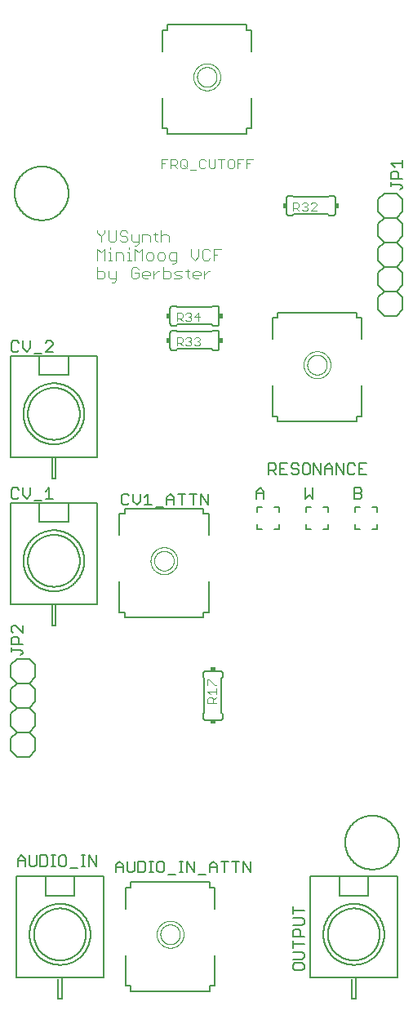
<source format=gto>
G04 EAGLE Gerber RS-274X export*
G75*
%MOMM*%
%FSLAX34Y34*%
%LPD*%
%INSilkscreen Top*%
%IPPOS*%
%AMOC8*
5,1,8,0,0,1.08239X$1,22.5*%
G01*
%ADD10C,0.101600*%
%ADD11C,0.127000*%
%ADD12C,0.152400*%
%ADD13R,0.508000X0.381000*%
%ADD14R,0.381000X0.508000*%
%ADD15C,0.050800*%
%ADD16C,0.203200*%


D10*
X95758Y818652D02*
X95758Y816703D01*
X99656Y812805D01*
X103554Y816703D01*
X103554Y818652D01*
X99656Y812805D02*
X99656Y806958D01*
X107452Y808907D02*
X107452Y818652D01*
X107452Y808907D02*
X109401Y806958D01*
X113299Y806958D01*
X115248Y808907D01*
X115248Y818652D01*
X124993Y818652D02*
X126942Y816703D01*
X124993Y818652D02*
X121095Y818652D01*
X119146Y816703D01*
X119146Y814754D01*
X121095Y812805D01*
X124993Y812805D01*
X126942Y810856D01*
X126942Y808907D01*
X124993Y806958D01*
X121095Y806958D01*
X119146Y808907D01*
X130840Y808907D02*
X130840Y814754D01*
X130840Y808907D02*
X132789Y806958D01*
X138636Y806958D01*
X138636Y805009D02*
X138636Y814754D01*
X138636Y805009D02*
X136687Y803060D01*
X134738Y803060D01*
X142534Y806958D02*
X142534Y814754D01*
X148381Y814754D01*
X150330Y812805D01*
X150330Y806958D01*
X156177Y808907D02*
X156177Y816703D01*
X156177Y808907D02*
X158126Y806958D01*
X158126Y814754D02*
X154228Y814754D01*
X162024Y818652D02*
X162024Y806958D01*
X162024Y812805D02*
X163973Y814754D01*
X167871Y814754D01*
X169820Y812805D01*
X169820Y806958D01*
X95758Y799602D02*
X95758Y787908D01*
X99656Y795704D02*
X95758Y799602D01*
X99656Y795704D02*
X103554Y799602D01*
X103554Y787908D01*
X107452Y795704D02*
X109401Y795704D01*
X109401Y787908D01*
X107452Y787908D02*
X111350Y787908D01*
X109401Y799602D02*
X109401Y801551D01*
X115248Y795704D02*
X115248Y787908D01*
X115248Y795704D02*
X121095Y795704D01*
X123044Y793755D01*
X123044Y787908D01*
X126942Y795704D02*
X128891Y795704D01*
X128891Y787908D01*
X126942Y787908D02*
X130840Y787908D01*
X128891Y799602D02*
X128891Y801551D01*
X134738Y799602D02*
X134738Y787908D01*
X138636Y795704D02*
X134738Y799602D01*
X138636Y795704D02*
X142534Y799602D01*
X142534Y787908D01*
X148381Y787908D02*
X152279Y787908D01*
X154228Y789857D01*
X154228Y793755D01*
X152279Y795704D01*
X148381Y795704D01*
X146432Y793755D01*
X146432Y789857D01*
X148381Y787908D01*
X160075Y787908D02*
X163973Y787908D01*
X165922Y789857D01*
X165922Y793755D01*
X163973Y795704D01*
X160075Y795704D01*
X158126Y793755D01*
X158126Y789857D01*
X160075Y787908D01*
X173718Y784010D02*
X175667Y784010D01*
X177616Y785959D01*
X177616Y795704D01*
X171769Y795704D01*
X169820Y793755D01*
X169820Y789857D01*
X171769Y787908D01*
X177616Y787908D01*
X193208Y791806D02*
X193208Y799602D01*
X193208Y791806D02*
X197106Y787908D01*
X201004Y791806D01*
X201004Y799602D01*
X210749Y799602D02*
X212698Y797653D01*
X210749Y799602D02*
X206851Y799602D01*
X204902Y797653D01*
X204902Y789857D01*
X206851Y787908D01*
X210749Y787908D01*
X212698Y789857D01*
X216596Y787908D02*
X216596Y799602D01*
X224392Y799602D01*
X220494Y793755D02*
X216596Y793755D01*
X95758Y780552D02*
X95758Y768858D01*
X101605Y768858D01*
X103554Y770807D01*
X103554Y774705D01*
X101605Y776654D01*
X95758Y776654D01*
X107452Y776654D02*
X107452Y770807D01*
X109401Y768858D01*
X115248Y768858D01*
X115248Y766909D02*
X115248Y776654D01*
X115248Y766909D02*
X113299Y764960D01*
X111350Y764960D01*
X136687Y780552D02*
X138636Y778603D01*
X136687Y780552D02*
X132789Y780552D01*
X130840Y778603D01*
X130840Y770807D01*
X132789Y768858D01*
X136687Y768858D01*
X138636Y770807D01*
X138636Y774705D01*
X134738Y774705D01*
X144483Y768858D02*
X148381Y768858D01*
X144483Y768858D02*
X142534Y770807D01*
X142534Y774705D01*
X144483Y776654D01*
X148381Y776654D01*
X150330Y774705D01*
X150330Y772756D01*
X142534Y772756D01*
X154228Y768858D02*
X154228Y776654D01*
X154228Y772756D02*
X158126Y776654D01*
X160075Y776654D01*
X163973Y780552D02*
X163973Y768858D01*
X169820Y768858D01*
X171769Y770807D01*
X171769Y774705D01*
X169820Y776654D01*
X163973Y776654D01*
X175667Y768858D02*
X181514Y768858D01*
X183463Y770807D01*
X181514Y772756D01*
X177616Y772756D01*
X175667Y774705D01*
X177616Y776654D01*
X183463Y776654D01*
X189310Y778603D02*
X189310Y770807D01*
X191259Y768858D01*
X191259Y776654D02*
X187361Y776654D01*
X197106Y768858D02*
X201004Y768858D01*
X197106Y768858D02*
X195157Y770807D01*
X195157Y774705D01*
X197106Y776654D01*
X201004Y776654D01*
X202953Y774705D01*
X202953Y772756D01*
X195157Y772756D01*
X206851Y768858D02*
X206851Y776654D01*
X206851Y772756D02*
X210749Y776654D01*
X212698Y776654D01*
D11*
X353060Y184150D02*
X353068Y184836D01*
X353094Y185521D01*
X353136Y186205D01*
X353195Y186889D01*
X353270Y187570D01*
X353362Y188250D01*
X353471Y188927D01*
X353597Y189601D01*
X353739Y190272D01*
X353897Y190939D01*
X354072Y191602D01*
X354263Y192261D01*
X354470Y192914D01*
X354693Y193563D01*
X354932Y194205D01*
X355187Y194842D01*
X355457Y195472D01*
X355743Y196096D01*
X356043Y196712D01*
X356359Y197321D01*
X356690Y197922D01*
X357035Y198514D01*
X357395Y199098D01*
X357769Y199673D01*
X358157Y200238D01*
X358558Y200794D01*
X358974Y201340D01*
X359402Y201875D01*
X359844Y202400D01*
X360298Y202913D01*
X360765Y203416D01*
X361243Y203907D01*
X361734Y204385D01*
X362237Y204852D01*
X362750Y205306D01*
X363275Y205748D01*
X363810Y206176D01*
X364356Y206592D01*
X364912Y206993D01*
X365477Y207381D01*
X366052Y207755D01*
X366636Y208115D01*
X367228Y208460D01*
X367829Y208791D01*
X368438Y209107D01*
X369054Y209407D01*
X369678Y209693D01*
X370308Y209963D01*
X370945Y210218D01*
X371587Y210457D01*
X372236Y210680D01*
X372889Y210887D01*
X373548Y211078D01*
X374211Y211253D01*
X374878Y211411D01*
X375549Y211553D01*
X376223Y211679D01*
X376900Y211788D01*
X377580Y211880D01*
X378261Y211955D01*
X378945Y212014D01*
X379629Y212056D01*
X380314Y212082D01*
X381000Y212090D01*
X381686Y212082D01*
X382371Y212056D01*
X383055Y212014D01*
X383739Y211955D01*
X384420Y211880D01*
X385100Y211788D01*
X385777Y211679D01*
X386451Y211553D01*
X387122Y211411D01*
X387789Y211253D01*
X388452Y211078D01*
X389111Y210887D01*
X389764Y210680D01*
X390413Y210457D01*
X391055Y210218D01*
X391692Y209963D01*
X392322Y209693D01*
X392946Y209407D01*
X393562Y209107D01*
X394171Y208791D01*
X394772Y208460D01*
X395364Y208115D01*
X395948Y207755D01*
X396523Y207381D01*
X397088Y206993D01*
X397644Y206592D01*
X398190Y206176D01*
X398725Y205748D01*
X399250Y205306D01*
X399763Y204852D01*
X400266Y204385D01*
X400757Y203907D01*
X401235Y203416D01*
X401702Y202913D01*
X402156Y202400D01*
X402598Y201875D01*
X403026Y201340D01*
X403442Y200794D01*
X403843Y200238D01*
X404231Y199673D01*
X404605Y199098D01*
X404965Y198514D01*
X405310Y197922D01*
X405641Y197321D01*
X405957Y196712D01*
X406257Y196096D01*
X406543Y195472D01*
X406813Y194842D01*
X407068Y194205D01*
X407307Y193563D01*
X407530Y192914D01*
X407737Y192261D01*
X407928Y191602D01*
X408103Y190939D01*
X408261Y190272D01*
X408403Y189601D01*
X408529Y188927D01*
X408638Y188250D01*
X408730Y187570D01*
X408805Y186889D01*
X408864Y186205D01*
X408906Y185521D01*
X408932Y184836D01*
X408940Y184150D01*
X408932Y183464D01*
X408906Y182779D01*
X408864Y182095D01*
X408805Y181411D01*
X408730Y180730D01*
X408638Y180050D01*
X408529Y179373D01*
X408403Y178699D01*
X408261Y178028D01*
X408103Y177361D01*
X407928Y176698D01*
X407737Y176039D01*
X407530Y175386D01*
X407307Y174737D01*
X407068Y174095D01*
X406813Y173458D01*
X406543Y172828D01*
X406257Y172204D01*
X405957Y171588D01*
X405641Y170979D01*
X405310Y170378D01*
X404965Y169786D01*
X404605Y169202D01*
X404231Y168627D01*
X403843Y168062D01*
X403442Y167506D01*
X403026Y166960D01*
X402598Y166425D01*
X402156Y165900D01*
X401702Y165387D01*
X401235Y164884D01*
X400757Y164393D01*
X400266Y163915D01*
X399763Y163448D01*
X399250Y162994D01*
X398725Y162552D01*
X398190Y162124D01*
X397644Y161708D01*
X397088Y161307D01*
X396523Y160919D01*
X395948Y160545D01*
X395364Y160185D01*
X394772Y159840D01*
X394171Y159509D01*
X393562Y159193D01*
X392946Y158893D01*
X392322Y158607D01*
X391692Y158337D01*
X391055Y158082D01*
X390413Y157843D01*
X389764Y157620D01*
X389111Y157413D01*
X388452Y157222D01*
X387789Y157047D01*
X387122Y156889D01*
X386451Y156747D01*
X385777Y156621D01*
X385100Y156512D01*
X384420Y156420D01*
X383739Y156345D01*
X383055Y156286D01*
X382371Y156244D01*
X381686Y156218D01*
X381000Y156210D01*
X380314Y156218D01*
X379629Y156244D01*
X378945Y156286D01*
X378261Y156345D01*
X377580Y156420D01*
X376900Y156512D01*
X376223Y156621D01*
X375549Y156747D01*
X374878Y156889D01*
X374211Y157047D01*
X373548Y157222D01*
X372889Y157413D01*
X372236Y157620D01*
X371587Y157843D01*
X370945Y158082D01*
X370308Y158337D01*
X369678Y158607D01*
X369054Y158893D01*
X368438Y159193D01*
X367829Y159509D01*
X367228Y159840D01*
X366636Y160185D01*
X366052Y160545D01*
X365477Y160919D01*
X364912Y161307D01*
X364356Y161708D01*
X363810Y162124D01*
X363275Y162552D01*
X362750Y162994D01*
X362237Y163448D01*
X361734Y163915D01*
X361243Y164393D01*
X360765Y164884D01*
X360298Y165387D01*
X359844Y165900D01*
X359402Y166425D01*
X358974Y166960D01*
X358558Y167506D01*
X358157Y168062D01*
X357769Y168627D01*
X357395Y169202D01*
X357035Y169786D01*
X356690Y170378D01*
X356359Y170979D01*
X356043Y171588D01*
X355743Y172204D01*
X355457Y172828D01*
X355187Y173458D01*
X354932Y174095D01*
X354693Y174737D01*
X354470Y175386D01*
X354263Y176039D01*
X354072Y176698D01*
X353897Y177361D01*
X353739Y178028D01*
X353597Y178699D01*
X353471Y179373D01*
X353362Y180050D01*
X353270Y180730D01*
X353195Y181411D01*
X353136Y182095D01*
X353094Y182779D01*
X353068Y183464D01*
X353060Y184150D01*
X10160Y857250D02*
X10168Y857936D01*
X10194Y858621D01*
X10236Y859305D01*
X10295Y859989D01*
X10370Y860670D01*
X10462Y861350D01*
X10571Y862027D01*
X10697Y862701D01*
X10839Y863372D01*
X10997Y864039D01*
X11172Y864702D01*
X11363Y865361D01*
X11570Y866014D01*
X11793Y866663D01*
X12032Y867305D01*
X12287Y867942D01*
X12557Y868572D01*
X12843Y869196D01*
X13143Y869812D01*
X13459Y870421D01*
X13790Y871022D01*
X14135Y871614D01*
X14495Y872198D01*
X14869Y872773D01*
X15257Y873338D01*
X15658Y873894D01*
X16074Y874440D01*
X16502Y874975D01*
X16944Y875500D01*
X17398Y876013D01*
X17865Y876516D01*
X18343Y877007D01*
X18834Y877485D01*
X19337Y877952D01*
X19850Y878406D01*
X20375Y878848D01*
X20910Y879276D01*
X21456Y879692D01*
X22012Y880093D01*
X22577Y880481D01*
X23152Y880855D01*
X23736Y881215D01*
X24328Y881560D01*
X24929Y881891D01*
X25538Y882207D01*
X26154Y882507D01*
X26778Y882793D01*
X27408Y883063D01*
X28045Y883318D01*
X28687Y883557D01*
X29336Y883780D01*
X29989Y883987D01*
X30648Y884178D01*
X31311Y884353D01*
X31978Y884511D01*
X32649Y884653D01*
X33323Y884779D01*
X34000Y884888D01*
X34680Y884980D01*
X35361Y885055D01*
X36045Y885114D01*
X36729Y885156D01*
X37414Y885182D01*
X38100Y885190D01*
X38786Y885182D01*
X39471Y885156D01*
X40155Y885114D01*
X40839Y885055D01*
X41520Y884980D01*
X42200Y884888D01*
X42877Y884779D01*
X43551Y884653D01*
X44222Y884511D01*
X44889Y884353D01*
X45552Y884178D01*
X46211Y883987D01*
X46864Y883780D01*
X47513Y883557D01*
X48155Y883318D01*
X48792Y883063D01*
X49422Y882793D01*
X50046Y882507D01*
X50662Y882207D01*
X51271Y881891D01*
X51872Y881560D01*
X52464Y881215D01*
X53048Y880855D01*
X53623Y880481D01*
X54188Y880093D01*
X54744Y879692D01*
X55290Y879276D01*
X55825Y878848D01*
X56350Y878406D01*
X56863Y877952D01*
X57366Y877485D01*
X57857Y877007D01*
X58335Y876516D01*
X58802Y876013D01*
X59256Y875500D01*
X59698Y874975D01*
X60126Y874440D01*
X60542Y873894D01*
X60943Y873338D01*
X61331Y872773D01*
X61705Y872198D01*
X62065Y871614D01*
X62410Y871022D01*
X62741Y870421D01*
X63057Y869812D01*
X63357Y869196D01*
X63643Y868572D01*
X63913Y867942D01*
X64168Y867305D01*
X64407Y866663D01*
X64630Y866014D01*
X64837Y865361D01*
X65028Y864702D01*
X65203Y864039D01*
X65361Y863372D01*
X65503Y862701D01*
X65629Y862027D01*
X65738Y861350D01*
X65830Y860670D01*
X65905Y859989D01*
X65964Y859305D01*
X66006Y858621D01*
X66032Y857936D01*
X66040Y857250D01*
X66032Y856564D01*
X66006Y855879D01*
X65964Y855195D01*
X65905Y854511D01*
X65830Y853830D01*
X65738Y853150D01*
X65629Y852473D01*
X65503Y851799D01*
X65361Y851128D01*
X65203Y850461D01*
X65028Y849798D01*
X64837Y849139D01*
X64630Y848486D01*
X64407Y847837D01*
X64168Y847195D01*
X63913Y846558D01*
X63643Y845928D01*
X63357Y845304D01*
X63057Y844688D01*
X62741Y844079D01*
X62410Y843478D01*
X62065Y842886D01*
X61705Y842302D01*
X61331Y841727D01*
X60943Y841162D01*
X60542Y840606D01*
X60126Y840060D01*
X59698Y839525D01*
X59256Y839000D01*
X58802Y838487D01*
X58335Y837984D01*
X57857Y837493D01*
X57366Y837015D01*
X56863Y836548D01*
X56350Y836094D01*
X55825Y835652D01*
X55290Y835224D01*
X54744Y834808D01*
X54188Y834407D01*
X53623Y834019D01*
X53048Y833645D01*
X52464Y833285D01*
X51872Y832940D01*
X51271Y832609D01*
X50662Y832293D01*
X50046Y831993D01*
X49422Y831707D01*
X48792Y831437D01*
X48155Y831182D01*
X47513Y830943D01*
X46864Y830720D01*
X46211Y830513D01*
X45552Y830322D01*
X44889Y830147D01*
X44222Y829989D01*
X43551Y829847D01*
X42877Y829721D01*
X42200Y829612D01*
X41520Y829520D01*
X40839Y829445D01*
X40155Y829386D01*
X39471Y829344D01*
X38786Y829318D01*
X38100Y829310D01*
X37414Y829318D01*
X36729Y829344D01*
X36045Y829386D01*
X35361Y829445D01*
X34680Y829520D01*
X34000Y829612D01*
X33323Y829721D01*
X32649Y829847D01*
X31978Y829989D01*
X31311Y830147D01*
X30648Y830322D01*
X29989Y830513D01*
X29336Y830720D01*
X28687Y830943D01*
X28045Y831182D01*
X27408Y831437D01*
X26778Y831707D01*
X26154Y831993D01*
X25538Y832293D01*
X24929Y832609D01*
X24328Y832940D01*
X23736Y833285D01*
X23152Y833645D01*
X22577Y834019D01*
X22012Y834407D01*
X21456Y834808D01*
X20910Y835224D01*
X20375Y835652D01*
X19850Y836094D01*
X19337Y836548D01*
X18834Y837015D01*
X18343Y837493D01*
X17865Y837984D01*
X17398Y838487D01*
X16944Y839000D01*
X16502Y839525D01*
X16074Y840060D01*
X15658Y840606D01*
X15257Y841162D01*
X14869Y841727D01*
X14495Y842302D01*
X14135Y842886D01*
X13790Y843478D01*
X13459Y844079D01*
X13143Y844688D01*
X12843Y845304D01*
X12557Y845928D01*
X12287Y846558D01*
X12032Y847195D01*
X11793Y847837D01*
X11570Y848486D01*
X11363Y849139D01*
X11172Y849798D01*
X10997Y850461D01*
X10839Y851128D01*
X10697Y851799D01*
X10571Y852473D01*
X10462Y853150D01*
X10370Y853830D01*
X10295Y854511D01*
X10236Y855195D01*
X10194Y855879D01*
X10168Y856564D01*
X10160Y857250D01*
D12*
X205740Y313690D02*
X205742Y313590D01*
X205748Y313491D01*
X205758Y313391D01*
X205771Y313293D01*
X205789Y313194D01*
X205810Y313097D01*
X205835Y313001D01*
X205864Y312905D01*
X205897Y312811D01*
X205933Y312718D01*
X205973Y312627D01*
X206017Y312537D01*
X206064Y312449D01*
X206114Y312363D01*
X206168Y312279D01*
X206225Y312197D01*
X206285Y312118D01*
X206349Y312040D01*
X206415Y311966D01*
X206484Y311894D01*
X206556Y311825D01*
X206630Y311759D01*
X206708Y311695D01*
X206787Y311635D01*
X206869Y311578D01*
X206953Y311524D01*
X207039Y311474D01*
X207127Y311427D01*
X207217Y311383D01*
X207308Y311343D01*
X207401Y311307D01*
X207495Y311274D01*
X207591Y311245D01*
X207687Y311220D01*
X207784Y311199D01*
X207883Y311181D01*
X207981Y311168D01*
X208081Y311158D01*
X208180Y311152D01*
X208280Y311150D01*
X223520Y311150D02*
X223620Y311152D01*
X223719Y311158D01*
X223819Y311168D01*
X223917Y311181D01*
X224016Y311199D01*
X224113Y311220D01*
X224209Y311245D01*
X224305Y311274D01*
X224399Y311307D01*
X224492Y311343D01*
X224583Y311383D01*
X224673Y311427D01*
X224761Y311474D01*
X224847Y311524D01*
X224931Y311578D01*
X225013Y311635D01*
X225092Y311695D01*
X225170Y311759D01*
X225244Y311825D01*
X225316Y311894D01*
X225385Y311966D01*
X225451Y312040D01*
X225515Y312118D01*
X225575Y312197D01*
X225632Y312279D01*
X225686Y312363D01*
X225736Y312449D01*
X225783Y312537D01*
X225827Y312627D01*
X225867Y312718D01*
X225903Y312811D01*
X225936Y312905D01*
X225965Y313001D01*
X225990Y313097D01*
X226011Y313194D01*
X226029Y313293D01*
X226042Y313391D01*
X226052Y313491D01*
X226058Y313590D01*
X226060Y313690D01*
X226060Y359410D02*
X226058Y359510D01*
X226052Y359609D01*
X226042Y359709D01*
X226029Y359807D01*
X226011Y359906D01*
X225990Y360003D01*
X225965Y360099D01*
X225936Y360195D01*
X225903Y360289D01*
X225867Y360382D01*
X225827Y360473D01*
X225783Y360563D01*
X225736Y360651D01*
X225686Y360737D01*
X225632Y360821D01*
X225575Y360903D01*
X225515Y360982D01*
X225451Y361060D01*
X225385Y361134D01*
X225316Y361206D01*
X225244Y361275D01*
X225170Y361341D01*
X225092Y361405D01*
X225013Y361465D01*
X224931Y361522D01*
X224847Y361576D01*
X224761Y361626D01*
X224673Y361673D01*
X224583Y361717D01*
X224492Y361757D01*
X224399Y361793D01*
X224305Y361826D01*
X224209Y361855D01*
X224113Y361880D01*
X224016Y361901D01*
X223917Y361919D01*
X223819Y361932D01*
X223719Y361942D01*
X223620Y361948D01*
X223520Y361950D01*
X208280Y361950D02*
X208180Y361948D01*
X208081Y361942D01*
X207981Y361932D01*
X207883Y361919D01*
X207784Y361901D01*
X207687Y361880D01*
X207591Y361855D01*
X207495Y361826D01*
X207401Y361793D01*
X207308Y361757D01*
X207217Y361717D01*
X207127Y361673D01*
X207039Y361626D01*
X206953Y361576D01*
X206869Y361522D01*
X206787Y361465D01*
X206708Y361405D01*
X206630Y361341D01*
X206556Y361275D01*
X206484Y361206D01*
X206415Y361134D01*
X206349Y361060D01*
X206285Y360982D01*
X206225Y360903D01*
X206168Y360821D01*
X206114Y360737D01*
X206064Y360651D01*
X206017Y360563D01*
X205973Y360473D01*
X205933Y360382D01*
X205897Y360289D01*
X205864Y360195D01*
X205835Y360099D01*
X205810Y360003D01*
X205789Y359906D01*
X205771Y359807D01*
X205758Y359709D01*
X205748Y359609D01*
X205742Y359510D01*
X205740Y359410D01*
X208280Y311150D02*
X223520Y311150D01*
X205740Y313690D02*
X205740Y317500D01*
X207010Y318770D01*
X226060Y317500D02*
X226060Y313690D01*
X226060Y317500D02*
X224790Y318770D01*
X207010Y354330D02*
X205740Y355600D01*
X207010Y354330D02*
X207010Y318770D01*
X224790Y354330D02*
X226060Y355600D01*
X224790Y354330D02*
X224790Y318770D01*
X205740Y355600D02*
X205740Y359410D01*
X226060Y359410D02*
X226060Y355600D01*
X223520Y361950D02*
X208280Y361950D01*
D13*
X215900Y363855D03*
X215900Y309245D03*
D10*
X219202Y328744D02*
X210304Y328744D01*
X210304Y333193D01*
X211787Y334676D01*
X214753Y334676D01*
X216236Y333193D01*
X216236Y328744D01*
X216236Y331710D02*
X219202Y334676D01*
X213270Y337865D02*
X210304Y340831D01*
X219202Y340831D01*
X219202Y337865D02*
X219202Y343797D01*
X210304Y346987D02*
X210304Y352918D01*
X211787Y352918D01*
X217719Y346987D01*
X219202Y346987D01*
D12*
X412750Y762000D02*
X412750Y774700D01*
X412750Y762000D02*
X406400Y755650D01*
X393700Y755650D01*
X387350Y762000D01*
X412750Y800100D02*
X406400Y806450D01*
X412750Y800100D02*
X412750Y787400D01*
X406400Y781050D01*
X393700Y781050D01*
X387350Y787400D01*
X387350Y800100D01*
X393700Y806450D01*
X406400Y781050D02*
X412750Y774700D01*
X393700Y781050D02*
X387350Y774700D01*
X387350Y762000D01*
X412750Y838200D02*
X412750Y850900D01*
X412750Y838200D02*
X406400Y831850D01*
X393700Y831850D01*
X387350Y838200D01*
X406400Y831850D02*
X412750Y825500D01*
X412750Y812800D01*
X406400Y806450D01*
X393700Y806450D01*
X387350Y812800D01*
X387350Y825500D01*
X393700Y831850D01*
X393700Y857250D02*
X406400Y857250D01*
X412750Y850900D01*
X393700Y857250D02*
X387350Y850900D01*
X387350Y838200D01*
X412750Y749300D02*
X412750Y736600D01*
X406400Y730250D01*
X393700Y730250D01*
X387350Y736600D01*
X406400Y755650D02*
X412750Y749300D01*
X393700Y755650D02*
X387350Y749300D01*
X387350Y736600D01*
D11*
X410208Y860903D02*
X412115Y862810D01*
X412115Y864716D01*
X410208Y866623D01*
X400675Y866623D01*
X400675Y864716D02*
X400675Y868530D01*
X400675Y872597D02*
X412115Y872597D01*
X400675Y872597D02*
X400675Y878317D01*
X402582Y880224D01*
X406395Y880224D01*
X408302Y878317D01*
X408302Y872597D01*
X404489Y884291D02*
X400675Y888104D01*
X412115Y888104D01*
X412115Y884291D02*
X412115Y891917D01*
D12*
X294640Y854710D02*
X294540Y854708D01*
X294441Y854702D01*
X294341Y854692D01*
X294243Y854679D01*
X294144Y854661D01*
X294047Y854640D01*
X293951Y854615D01*
X293855Y854586D01*
X293761Y854553D01*
X293668Y854517D01*
X293577Y854477D01*
X293487Y854433D01*
X293399Y854386D01*
X293313Y854336D01*
X293229Y854282D01*
X293147Y854225D01*
X293068Y854165D01*
X292990Y854101D01*
X292916Y854035D01*
X292844Y853966D01*
X292775Y853894D01*
X292709Y853820D01*
X292645Y853742D01*
X292585Y853663D01*
X292528Y853581D01*
X292474Y853497D01*
X292424Y853411D01*
X292377Y853323D01*
X292333Y853233D01*
X292293Y853142D01*
X292257Y853049D01*
X292224Y852955D01*
X292195Y852859D01*
X292170Y852763D01*
X292149Y852666D01*
X292131Y852567D01*
X292118Y852469D01*
X292108Y852369D01*
X292102Y852270D01*
X292100Y852170D01*
X292100Y836930D02*
X292102Y836830D01*
X292108Y836731D01*
X292118Y836631D01*
X292131Y836533D01*
X292149Y836434D01*
X292170Y836337D01*
X292195Y836241D01*
X292224Y836145D01*
X292257Y836051D01*
X292293Y835958D01*
X292333Y835867D01*
X292377Y835777D01*
X292424Y835689D01*
X292474Y835603D01*
X292528Y835519D01*
X292585Y835437D01*
X292645Y835358D01*
X292709Y835280D01*
X292775Y835206D01*
X292844Y835134D01*
X292916Y835065D01*
X292990Y834999D01*
X293068Y834935D01*
X293147Y834875D01*
X293229Y834818D01*
X293313Y834764D01*
X293399Y834714D01*
X293487Y834667D01*
X293577Y834623D01*
X293668Y834583D01*
X293761Y834547D01*
X293855Y834514D01*
X293951Y834485D01*
X294047Y834460D01*
X294144Y834439D01*
X294243Y834421D01*
X294341Y834408D01*
X294441Y834398D01*
X294540Y834392D01*
X294640Y834390D01*
X340360Y834390D02*
X340460Y834392D01*
X340559Y834398D01*
X340659Y834408D01*
X340757Y834421D01*
X340856Y834439D01*
X340953Y834460D01*
X341049Y834485D01*
X341145Y834514D01*
X341239Y834547D01*
X341332Y834583D01*
X341423Y834623D01*
X341513Y834667D01*
X341601Y834714D01*
X341687Y834764D01*
X341771Y834818D01*
X341853Y834875D01*
X341932Y834935D01*
X342010Y834999D01*
X342084Y835065D01*
X342156Y835134D01*
X342225Y835206D01*
X342291Y835280D01*
X342355Y835358D01*
X342415Y835437D01*
X342472Y835519D01*
X342526Y835603D01*
X342576Y835689D01*
X342623Y835777D01*
X342667Y835867D01*
X342707Y835958D01*
X342743Y836051D01*
X342776Y836145D01*
X342805Y836241D01*
X342830Y836337D01*
X342851Y836434D01*
X342869Y836533D01*
X342882Y836631D01*
X342892Y836731D01*
X342898Y836830D01*
X342900Y836930D01*
X342900Y852170D02*
X342898Y852270D01*
X342892Y852369D01*
X342882Y852469D01*
X342869Y852567D01*
X342851Y852666D01*
X342830Y852763D01*
X342805Y852859D01*
X342776Y852955D01*
X342743Y853049D01*
X342707Y853142D01*
X342667Y853233D01*
X342623Y853323D01*
X342576Y853411D01*
X342526Y853497D01*
X342472Y853581D01*
X342415Y853663D01*
X342355Y853742D01*
X342291Y853820D01*
X342225Y853894D01*
X342156Y853966D01*
X342084Y854035D01*
X342010Y854101D01*
X341932Y854165D01*
X341853Y854225D01*
X341771Y854282D01*
X341687Y854336D01*
X341601Y854386D01*
X341513Y854433D01*
X341423Y854477D01*
X341332Y854517D01*
X341239Y854553D01*
X341145Y854586D01*
X341049Y854615D01*
X340953Y854640D01*
X340856Y854661D01*
X340757Y854679D01*
X340659Y854692D01*
X340559Y854702D01*
X340460Y854708D01*
X340360Y854710D01*
X292100Y852170D02*
X292100Y836930D01*
X294640Y854710D02*
X298450Y854710D01*
X299720Y853440D01*
X298450Y834390D02*
X294640Y834390D01*
X298450Y834390D02*
X299720Y835660D01*
X335280Y853440D02*
X336550Y854710D01*
X335280Y853440D02*
X299720Y853440D01*
X335280Y835660D02*
X336550Y834390D01*
X335280Y835660D02*
X299720Y835660D01*
X336550Y854710D02*
X340360Y854710D01*
X340360Y834390D02*
X336550Y834390D01*
X342900Y836930D02*
X342900Y852170D01*
D14*
X344805Y844550D03*
X290195Y844550D03*
D10*
X298958Y847860D02*
X298958Y838962D01*
X298958Y847860D02*
X303407Y847860D01*
X304890Y846377D01*
X304890Y843411D01*
X303407Y841928D01*
X298958Y841928D01*
X301924Y841928D02*
X304890Y838962D01*
X308079Y846377D02*
X309562Y847860D01*
X312528Y847860D01*
X314011Y846377D01*
X314011Y844894D01*
X312528Y843411D01*
X311045Y843411D01*
X312528Y843411D02*
X314011Y841928D01*
X314011Y840445D01*
X312528Y838962D01*
X309562Y838962D01*
X308079Y840445D01*
X317201Y838962D02*
X323132Y838962D01*
X317201Y838962D02*
X323132Y844894D01*
X323132Y846377D01*
X321649Y847860D01*
X318684Y847860D01*
X317201Y846377D01*
D11*
X42150Y148900D02*
X12150Y148900D01*
X42150Y148900D02*
X72150Y148900D01*
X102150Y148900D01*
X12150Y148900D02*
X12150Y43900D01*
X59150Y43900D01*
X102150Y43900D01*
X102150Y148900D01*
X25527Y88900D02*
X25537Y89676D01*
X25565Y90452D01*
X25613Y91226D01*
X25679Y92000D01*
X25765Y92771D01*
X25869Y93540D01*
X25993Y94306D01*
X26135Y95069D01*
X26295Y95829D01*
X26475Y96584D01*
X26673Y97334D01*
X26889Y98080D01*
X27123Y98820D01*
X27376Y99553D01*
X27646Y100281D01*
X27934Y101002D01*
X28240Y101715D01*
X28563Y102421D01*
X28904Y103118D01*
X29261Y103807D01*
X29635Y104487D01*
X30026Y105157D01*
X30433Y105818D01*
X30856Y106469D01*
X31296Y107109D01*
X31750Y107738D01*
X32220Y108355D01*
X32705Y108961D01*
X33205Y109555D01*
X33719Y110137D01*
X34247Y110705D01*
X34789Y111261D01*
X35345Y111803D01*
X35913Y112331D01*
X36495Y112845D01*
X37089Y113345D01*
X37695Y113830D01*
X38312Y114300D01*
X38941Y114754D01*
X39581Y115194D01*
X40232Y115617D01*
X40893Y116024D01*
X41563Y116415D01*
X42243Y116789D01*
X42932Y117146D01*
X43629Y117487D01*
X44335Y117810D01*
X45048Y118116D01*
X45769Y118404D01*
X46497Y118674D01*
X47230Y118927D01*
X47970Y119161D01*
X48716Y119377D01*
X49466Y119575D01*
X50221Y119755D01*
X50981Y119915D01*
X51744Y120057D01*
X52510Y120181D01*
X53279Y120285D01*
X54050Y120371D01*
X54824Y120437D01*
X55598Y120485D01*
X56374Y120513D01*
X57150Y120523D01*
X57926Y120513D01*
X58702Y120485D01*
X59476Y120437D01*
X60250Y120371D01*
X61021Y120285D01*
X61790Y120181D01*
X62556Y120057D01*
X63319Y119915D01*
X64079Y119755D01*
X64834Y119575D01*
X65584Y119377D01*
X66330Y119161D01*
X67070Y118927D01*
X67803Y118674D01*
X68531Y118404D01*
X69252Y118116D01*
X69965Y117810D01*
X70671Y117487D01*
X71368Y117146D01*
X72057Y116789D01*
X72737Y116415D01*
X73407Y116024D01*
X74068Y115617D01*
X74719Y115194D01*
X75359Y114754D01*
X75988Y114300D01*
X76605Y113830D01*
X77211Y113345D01*
X77805Y112845D01*
X78387Y112331D01*
X78955Y111803D01*
X79511Y111261D01*
X80053Y110705D01*
X80581Y110137D01*
X81095Y109555D01*
X81595Y108961D01*
X82080Y108355D01*
X82550Y107738D01*
X83004Y107109D01*
X83444Y106469D01*
X83867Y105818D01*
X84274Y105157D01*
X84665Y104487D01*
X85039Y103807D01*
X85396Y103118D01*
X85737Y102421D01*
X86060Y101715D01*
X86366Y101002D01*
X86654Y100281D01*
X86924Y99553D01*
X87177Y98820D01*
X87411Y98080D01*
X87627Y97334D01*
X87825Y96584D01*
X88005Y95829D01*
X88165Y95069D01*
X88307Y94306D01*
X88431Y93540D01*
X88535Y92771D01*
X88621Y92000D01*
X88687Y91226D01*
X88735Y90452D01*
X88763Y89676D01*
X88773Y88900D01*
X88763Y88124D01*
X88735Y87348D01*
X88687Y86574D01*
X88621Y85800D01*
X88535Y85029D01*
X88431Y84260D01*
X88307Y83494D01*
X88165Y82731D01*
X88005Y81971D01*
X87825Y81216D01*
X87627Y80466D01*
X87411Y79720D01*
X87177Y78980D01*
X86924Y78247D01*
X86654Y77519D01*
X86366Y76798D01*
X86060Y76085D01*
X85737Y75379D01*
X85396Y74682D01*
X85039Y73993D01*
X84665Y73313D01*
X84274Y72643D01*
X83867Y71982D01*
X83444Y71331D01*
X83004Y70691D01*
X82550Y70062D01*
X82080Y69445D01*
X81595Y68839D01*
X81095Y68245D01*
X80581Y67663D01*
X80053Y67095D01*
X79511Y66539D01*
X78955Y65997D01*
X78387Y65469D01*
X77805Y64955D01*
X77211Y64455D01*
X76605Y63970D01*
X75988Y63500D01*
X75359Y63046D01*
X74719Y62606D01*
X74068Y62183D01*
X73407Y61776D01*
X72737Y61385D01*
X72057Y61011D01*
X71368Y60654D01*
X70671Y60313D01*
X69965Y59990D01*
X69252Y59684D01*
X68531Y59396D01*
X67803Y59126D01*
X67070Y58873D01*
X66330Y58639D01*
X65584Y58423D01*
X64834Y58225D01*
X64079Y58045D01*
X63319Y57885D01*
X62556Y57743D01*
X61790Y57619D01*
X61021Y57515D01*
X60250Y57429D01*
X59476Y57363D01*
X58702Y57315D01*
X57926Y57287D01*
X57150Y57277D01*
X56374Y57287D01*
X55598Y57315D01*
X54824Y57363D01*
X54050Y57429D01*
X53279Y57515D01*
X52510Y57619D01*
X51744Y57743D01*
X50981Y57885D01*
X50221Y58045D01*
X49466Y58225D01*
X48716Y58423D01*
X47970Y58639D01*
X47230Y58873D01*
X46497Y59126D01*
X45769Y59396D01*
X45048Y59684D01*
X44335Y59990D01*
X43629Y60313D01*
X42932Y60654D01*
X42243Y61011D01*
X41563Y61385D01*
X40893Y61776D01*
X40232Y62183D01*
X39581Y62606D01*
X38941Y63046D01*
X38312Y63500D01*
X37695Y63970D01*
X37089Y64455D01*
X36495Y64955D01*
X35913Y65469D01*
X35345Y65997D01*
X34789Y66539D01*
X34247Y67095D01*
X33719Y67663D01*
X33205Y68245D01*
X32705Y68839D01*
X32220Y69445D01*
X31750Y70062D01*
X31296Y70691D01*
X30856Y71331D01*
X30433Y71982D01*
X30026Y72643D01*
X29635Y73313D01*
X29261Y73993D01*
X28904Y74682D01*
X28563Y75379D01*
X28240Y76085D01*
X27934Y76798D01*
X27646Y77519D01*
X27376Y78247D01*
X27123Y78980D01*
X26889Y79720D01*
X26673Y80466D01*
X26475Y81216D01*
X26295Y81971D01*
X26135Y82731D01*
X25993Y83494D01*
X25869Y84260D01*
X25765Y85029D01*
X25679Y85800D01*
X25613Y86574D01*
X25565Y87348D01*
X25537Y88124D01*
X25527Y88900D01*
X42150Y128900D02*
X42150Y148900D01*
X42150Y128900D02*
X72150Y128900D01*
X72150Y148900D01*
X30243Y88900D02*
X30251Y89560D01*
X30275Y90220D01*
X30316Y90879D01*
X30373Y91537D01*
X30445Y92194D01*
X30534Y92848D01*
X30639Y93500D01*
X30760Y94149D01*
X30897Y94795D01*
X31049Y95438D01*
X31218Y96076D01*
X31402Y96711D01*
X31601Y97340D01*
X31816Y97965D01*
X32046Y98584D01*
X32291Y99197D01*
X32551Y99804D01*
X32826Y100404D01*
X33116Y100998D01*
X33420Y101584D01*
X33739Y102162D01*
X34071Y102733D01*
X34418Y103295D01*
X34778Y103849D01*
X35151Y104393D01*
X35538Y104928D01*
X35938Y105454D01*
X36351Y105970D01*
X36776Y106475D01*
X37213Y106970D01*
X37663Y107453D01*
X38124Y107926D01*
X38597Y108387D01*
X39080Y108837D01*
X39575Y109274D01*
X40080Y109699D01*
X40596Y110112D01*
X41122Y110512D01*
X41657Y110899D01*
X42201Y111272D01*
X42755Y111632D01*
X43317Y111979D01*
X43888Y112311D01*
X44466Y112630D01*
X45052Y112934D01*
X45646Y113224D01*
X46246Y113499D01*
X46853Y113759D01*
X47466Y114004D01*
X48085Y114234D01*
X48710Y114449D01*
X49339Y114648D01*
X49974Y114832D01*
X50612Y115001D01*
X51255Y115153D01*
X51901Y115290D01*
X52550Y115411D01*
X53202Y115516D01*
X53856Y115605D01*
X54513Y115677D01*
X55171Y115734D01*
X55830Y115775D01*
X56490Y115799D01*
X57150Y115807D01*
X57810Y115799D01*
X58470Y115775D01*
X59129Y115734D01*
X59787Y115677D01*
X60444Y115605D01*
X61098Y115516D01*
X61750Y115411D01*
X62399Y115290D01*
X63045Y115153D01*
X63688Y115001D01*
X64326Y114832D01*
X64961Y114648D01*
X65590Y114449D01*
X66215Y114234D01*
X66834Y114004D01*
X67447Y113759D01*
X68054Y113499D01*
X68654Y113224D01*
X69248Y112934D01*
X69834Y112630D01*
X70412Y112311D01*
X70983Y111979D01*
X71545Y111632D01*
X72099Y111272D01*
X72643Y110899D01*
X73178Y110512D01*
X73704Y110112D01*
X74220Y109699D01*
X74725Y109274D01*
X75220Y108837D01*
X75703Y108387D01*
X76176Y107926D01*
X76637Y107453D01*
X77087Y106970D01*
X77524Y106475D01*
X77949Y105970D01*
X78362Y105454D01*
X78762Y104928D01*
X79149Y104393D01*
X79522Y103849D01*
X79882Y103295D01*
X80229Y102733D01*
X80561Y102162D01*
X80880Y101584D01*
X81184Y100998D01*
X81474Y100404D01*
X81749Y99804D01*
X82009Y99197D01*
X82254Y98584D01*
X82484Y97965D01*
X82699Y97340D01*
X82898Y96711D01*
X83082Y96076D01*
X83251Y95438D01*
X83403Y94795D01*
X83540Y94149D01*
X83661Y93500D01*
X83766Y92848D01*
X83855Y92194D01*
X83927Y91537D01*
X83984Y90879D01*
X84025Y90220D01*
X84049Y89560D01*
X84057Y88900D01*
X84049Y88240D01*
X84025Y87580D01*
X83984Y86921D01*
X83927Y86263D01*
X83855Y85606D01*
X83766Y84952D01*
X83661Y84300D01*
X83540Y83651D01*
X83403Y83005D01*
X83251Y82362D01*
X83082Y81724D01*
X82898Y81089D01*
X82699Y80460D01*
X82484Y79835D01*
X82254Y79216D01*
X82009Y78603D01*
X81749Y77996D01*
X81474Y77396D01*
X81184Y76802D01*
X80880Y76216D01*
X80561Y75638D01*
X80229Y75067D01*
X79882Y74505D01*
X79522Y73951D01*
X79149Y73407D01*
X78762Y72872D01*
X78362Y72346D01*
X77949Y71830D01*
X77524Y71325D01*
X77087Y70830D01*
X76637Y70347D01*
X76176Y69874D01*
X75703Y69413D01*
X75220Y68963D01*
X74725Y68526D01*
X74220Y68101D01*
X73704Y67688D01*
X73178Y67288D01*
X72643Y66901D01*
X72099Y66528D01*
X71545Y66168D01*
X70983Y65821D01*
X70412Y65489D01*
X69834Y65170D01*
X69248Y64866D01*
X68654Y64576D01*
X68054Y64301D01*
X67447Y64041D01*
X66834Y63796D01*
X66215Y63566D01*
X65590Y63351D01*
X64961Y63152D01*
X64326Y62968D01*
X63688Y62799D01*
X63045Y62647D01*
X62399Y62510D01*
X61750Y62389D01*
X61098Y62284D01*
X60444Y62195D01*
X59787Y62123D01*
X59129Y62066D01*
X58470Y62025D01*
X57810Y62001D01*
X57150Y61993D01*
X56490Y62001D01*
X55830Y62025D01*
X55171Y62066D01*
X54513Y62123D01*
X53856Y62195D01*
X53202Y62284D01*
X52550Y62389D01*
X51901Y62510D01*
X51255Y62647D01*
X50612Y62799D01*
X49974Y62968D01*
X49339Y63152D01*
X48710Y63351D01*
X48085Y63566D01*
X47466Y63796D01*
X46853Y64041D01*
X46246Y64301D01*
X45646Y64576D01*
X45052Y64866D01*
X44466Y65170D01*
X43888Y65489D01*
X43317Y65821D01*
X42755Y66168D01*
X42201Y66528D01*
X41657Y66901D01*
X41122Y67288D01*
X40596Y67688D01*
X40080Y68101D01*
X39575Y68526D01*
X39080Y68963D01*
X38597Y69413D01*
X38124Y69874D01*
X37663Y70347D01*
X37213Y70830D01*
X36776Y71325D01*
X36351Y71830D01*
X35938Y72346D01*
X35538Y72872D01*
X35151Y73407D01*
X34778Y73951D01*
X34418Y74505D01*
X34071Y75067D01*
X33739Y75638D01*
X33420Y76216D01*
X33116Y76802D01*
X32826Y77396D01*
X32551Y77996D01*
X32291Y78603D01*
X32046Y79216D01*
X31816Y79835D01*
X31601Y80460D01*
X31402Y81089D01*
X31218Y81724D01*
X31049Y82362D01*
X30897Y83005D01*
X30760Y83651D01*
X30639Y84300D01*
X30534Y84952D01*
X30445Y85606D01*
X30373Y86263D01*
X30316Y86921D01*
X30275Y87580D01*
X30251Y88240D01*
X30243Y88900D01*
X55150Y42900D02*
X55150Y21900D01*
X59150Y21900D01*
X59150Y43900D01*
X13335Y159385D02*
X13335Y167012D01*
X17148Y170825D01*
X20962Y167012D01*
X20962Y159385D01*
X20962Y165105D02*
X13335Y165105D01*
X25029Y161292D02*
X25029Y170825D01*
X25029Y161292D02*
X26936Y159385D01*
X30749Y159385D01*
X32655Y161292D01*
X32655Y170825D01*
X36723Y170825D02*
X36723Y159385D01*
X42443Y159385D01*
X44349Y161292D01*
X44349Y168918D01*
X42443Y170825D01*
X36723Y170825D01*
X48417Y159385D02*
X52230Y159385D01*
X50324Y159385D02*
X50324Y170825D01*
X52230Y170825D02*
X48417Y170825D01*
X58120Y170825D02*
X61933Y170825D01*
X58120Y170825D02*
X56213Y168918D01*
X56213Y161292D01*
X58120Y159385D01*
X61933Y159385D01*
X63839Y161292D01*
X63839Y168918D01*
X61933Y170825D01*
X67907Y157478D02*
X75533Y157478D01*
X79601Y159385D02*
X83414Y159385D01*
X81507Y159385D02*
X81507Y170825D01*
X79601Y170825D02*
X83414Y170825D01*
X87397Y170825D02*
X87397Y159385D01*
X95023Y159385D02*
X87397Y170825D01*
X95023Y170825D02*
X95023Y159385D01*
X35800Y536250D02*
X5800Y536250D01*
X35800Y536250D02*
X65800Y536250D01*
X95800Y536250D01*
X5800Y536250D02*
X5800Y431250D01*
X52800Y431250D01*
X95800Y431250D01*
X95800Y536250D01*
X19177Y476250D02*
X19187Y477026D01*
X19215Y477802D01*
X19263Y478576D01*
X19329Y479350D01*
X19415Y480121D01*
X19519Y480890D01*
X19643Y481656D01*
X19785Y482419D01*
X19945Y483179D01*
X20125Y483934D01*
X20323Y484684D01*
X20539Y485430D01*
X20773Y486170D01*
X21026Y486903D01*
X21296Y487631D01*
X21584Y488352D01*
X21890Y489065D01*
X22213Y489771D01*
X22554Y490468D01*
X22911Y491157D01*
X23285Y491837D01*
X23676Y492507D01*
X24083Y493168D01*
X24506Y493819D01*
X24946Y494459D01*
X25400Y495088D01*
X25870Y495705D01*
X26355Y496311D01*
X26855Y496905D01*
X27369Y497487D01*
X27897Y498055D01*
X28439Y498611D01*
X28995Y499153D01*
X29563Y499681D01*
X30145Y500195D01*
X30739Y500695D01*
X31345Y501180D01*
X31962Y501650D01*
X32591Y502104D01*
X33231Y502544D01*
X33882Y502967D01*
X34543Y503374D01*
X35213Y503765D01*
X35893Y504139D01*
X36582Y504496D01*
X37279Y504837D01*
X37985Y505160D01*
X38698Y505466D01*
X39419Y505754D01*
X40147Y506024D01*
X40880Y506277D01*
X41620Y506511D01*
X42366Y506727D01*
X43116Y506925D01*
X43871Y507105D01*
X44631Y507265D01*
X45394Y507407D01*
X46160Y507531D01*
X46929Y507635D01*
X47700Y507721D01*
X48474Y507787D01*
X49248Y507835D01*
X50024Y507863D01*
X50800Y507873D01*
X51576Y507863D01*
X52352Y507835D01*
X53126Y507787D01*
X53900Y507721D01*
X54671Y507635D01*
X55440Y507531D01*
X56206Y507407D01*
X56969Y507265D01*
X57729Y507105D01*
X58484Y506925D01*
X59234Y506727D01*
X59980Y506511D01*
X60720Y506277D01*
X61453Y506024D01*
X62181Y505754D01*
X62902Y505466D01*
X63615Y505160D01*
X64321Y504837D01*
X65018Y504496D01*
X65707Y504139D01*
X66387Y503765D01*
X67057Y503374D01*
X67718Y502967D01*
X68369Y502544D01*
X69009Y502104D01*
X69638Y501650D01*
X70255Y501180D01*
X70861Y500695D01*
X71455Y500195D01*
X72037Y499681D01*
X72605Y499153D01*
X73161Y498611D01*
X73703Y498055D01*
X74231Y497487D01*
X74745Y496905D01*
X75245Y496311D01*
X75730Y495705D01*
X76200Y495088D01*
X76654Y494459D01*
X77094Y493819D01*
X77517Y493168D01*
X77924Y492507D01*
X78315Y491837D01*
X78689Y491157D01*
X79046Y490468D01*
X79387Y489771D01*
X79710Y489065D01*
X80016Y488352D01*
X80304Y487631D01*
X80574Y486903D01*
X80827Y486170D01*
X81061Y485430D01*
X81277Y484684D01*
X81475Y483934D01*
X81655Y483179D01*
X81815Y482419D01*
X81957Y481656D01*
X82081Y480890D01*
X82185Y480121D01*
X82271Y479350D01*
X82337Y478576D01*
X82385Y477802D01*
X82413Y477026D01*
X82423Y476250D01*
X82413Y475474D01*
X82385Y474698D01*
X82337Y473924D01*
X82271Y473150D01*
X82185Y472379D01*
X82081Y471610D01*
X81957Y470844D01*
X81815Y470081D01*
X81655Y469321D01*
X81475Y468566D01*
X81277Y467816D01*
X81061Y467070D01*
X80827Y466330D01*
X80574Y465597D01*
X80304Y464869D01*
X80016Y464148D01*
X79710Y463435D01*
X79387Y462729D01*
X79046Y462032D01*
X78689Y461343D01*
X78315Y460663D01*
X77924Y459993D01*
X77517Y459332D01*
X77094Y458681D01*
X76654Y458041D01*
X76200Y457412D01*
X75730Y456795D01*
X75245Y456189D01*
X74745Y455595D01*
X74231Y455013D01*
X73703Y454445D01*
X73161Y453889D01*
X72605Y453347D01*
X72037Y452819D01*
X71455Y452305D01*
X70861Y451805D01*
X70255Y451320D01*
X69638Y450850D01*
X69009Y450396D01*
X68369Y449956D01*
X67718Y449533D01*
X67057Y449126D01*
X66387Y448735D01*
X65707Y448361D01*
X65018Y448004D01*
X64321Y447663D01*
X63615Y447340D01*
X62902Y447034D01*
X62181Y446746D01*
X61453Y446476D01*
X60720Y446223D01*
X59980Y445989D01*
X59234Y445773D01*
X58484Y445575D01*
X57729Y445395D01*
X56969Y445235D01*
X56206Y445093D01*
X55440Y444969D01*
X54671Y444865D01*
X53900Y444779D01*
X53126Y444713D01*
X52352Y444665D01*
X51576Y444637D01*
X50800Y444627D01*
X50024Y444637D01*
X49248Y444665D01*
X48474Y444713D01*
X47700Y444779D01*
X46929Y444865D01*
X46160Y444969D01*
X45394Y445093D01*
X44631Y445235D01*
X43871Y445395D01*
X43116Y445575D01*
X42366Y445773D01*
X41620Y445989D01*
X40880Y446223D01*
X40147Y446476D01*
X39419Y446746D01*
X38698Y447034D01*
X37985Y447340D01*
X37279Y447663D01*
X36582Y448004D01*
X35893Y448361D01*
X35213Y448735D01*
X34543Y449126D01*
X33882Y449533D01*
X33231Y449956D01*
X32591Y450396D01*
X31962Y450850D01*
X31345Y451320D01*
X30739Y451805D01*
X30145Y452305D01*
X29563Y452819D01*
X28995Y453347D01*
X28439Y453889D01*
X27897Y454445D01*
X27369Y455013D01*
X26855Y455595D01*
X26355Y456189D01*
X25870Y456795D01*
X25400Y457412D01*
X24946Y458041D01*
X24506Y458681D01*
X24083Y459332D01*
X23676Y459993D01*
X23285Y460663D01*
X22911Y461343D01*
X22554Y462032D01*
X22213Y462729D01*
X21890Y463435D01*
X21584Y464148D01*
X21296Y464869D01*
X21026Y465597D01*
X20773Y466330D01*
X20539Y467070D01*
X20323Y467816D01*
X20125Y468566D01*
X19945Y469321D01*
X19785Y470081D01*
X19643Y470844D01*
X19519Y471610D01*
X19415Y472379D01*
X19329Y473150D01*
X19263Y473924D01*
X19215Y474698D01*
X19187Y475474D01*
X19177Y476250D01*
X35800Y516250D02*
X35800Y536250D01*
X35800Y516250D02*
X65800Y516250D01*
X65800Y536250D01*
X23893Y476250D02*
X23901Y476910D01*
X23925Y477570D01*
X23966Y478229D01*
X24023Y478887D01*
X24095Y479544D01*
X24184Y480198D01*
X24289Y480850D01*
X24410Y481499D01*
X24547Y482145D01*
X24699Y482788D01*
X24868Y483426D01*
X25052Y484061D01*
X25251Y484690D01*
X25466Y485315D01*
X25696Y485934D01*
X25941Y486547D01*
X26201Y487154D01*
X26476Y487754D01*
X26766Y488348D01*
X27070Y488934D01*
X27389Y489512D01*
X27721Y490083D01*
X28068Y490645D01*
X28428Y491199D01*
X28801Y491743D01*
X29188Y492278D01*
X29588Y492804D01*
X30001Y493320D01*
X30426Y493825D01*
X30863Y494320D01*
X31313Y494803D01*
X31774Y495276D01*
X32247Y495737D01*
X32730Y496187D01*
X33225Y496624D01*
X33730Y497049D01*
X34246Y497462D01*
X34772Y497862D01*
X35307Y498249D01*
X35851Y498622D01*
X36405Y498982D01*
X36967Y499329D01*
X37538Y499661D01*
X38116Y499980D01*
X38702Y500284D01*
X39296Y500574D01*
X39896Y500849D01*
X40503Y501109D01*
X41116Y501354D01*
X41735Y501584D01*
X42360Y501799D01*
X42989Y501998D01*
X43624Y502182D01*
X44262Y502351D01*
X44905Y502503D01*
X45551Y502640D01*
X46200Y502761D01*
X46852Y502866D01*
X47506Y502955D01*
X48163Y503027D01*
X48821Y503084D01*
X49480Y503125D01*
X50140Y503149D01*
X50800Y503157D01*
X51460Y503149D01*
X52120Y503125D01*
X52779Y503084D01*
X53437Y503027D01*
X54094Y502955D01*
X54748Y502866D01*
X55400Y502761D01*
X56049Y502640D01*
X56695Y502503D01*
X57338Y502351D01*
X57976Y502182D01*
X58611Y501998D01*
X59240Y501799D01*
X59865Y501584D01*
X60484Y501354D01*
X61097Y501109D01*
X61704Y500849D01*
X62304Y500574D01*
X62898Y500284D01*
X63484Y499980D01*
X64062Y499661D01*
X64633Y499329D01*
X65195Y498982D01*
X65749Y498622D01*
X66293Y498249D01*
X66828Y497862D01*
X67354Y497462D01*
X67870Y497049D01*
X68375Y496624D01*
X68870Y496187D01*
X69353Y495737D01*
X69826Y495276D01*
X70287Y494803D01*
X70737Y494320D01*
X71174Y493825D01*
X71599Y493320D01*
X72012Y492804D01*
X72412Y492278D01*
X72799Y491743D01*
X73172Y491199D01*
X73532Y490645D01*
X73879Y490083D01*
X74211Y489512D01*
X74530Y488934D01*
X74834Y488348D01*
X75124Y487754D01*
X75399Y487154D01*
X75659Y486547D01*
X75904Y485934D01*
X76134Y485315D01*
X76349Y484690D01*
X76548Y484061D01*
X76732Y483426D01*
X76901Y482788D01*
X77053Y482145D01*
X77190Y481499D01*
X77311Y480850D01*
X77416Y480198D01*
X77505Y479544D01*
X77577Y478887D01*
X77634Y478229D01*
X77675Y477570D01*
X77699Y476910D01*
X77707Y476250D01*
X77699Y475590D01*
X77675Y474930D01*
X77634Y474271D01*
X77577Y473613D01*
X77505Y472956D01*
X77416Y472302D01*
X77311Y471650D01*
X77190Y471001D01*
X77053Y470355D01*
X76901Y469712D01*
X76732Y469074D01*
X76548Y468439D01*
X76349Y467810D01*
X76134Y467185D01*
X75904Y466566D01*
X75659Y465953D01*
X75399Y465346D01*
X75124Y464746D01*
X74834Y464152D01*
X74530Y463566D01*
X74211Y462988D01*
X73879Y462417D01*
X73532Y461855D01*
X73172Y461301D01*
X72799Y460757D01*
X72412Y460222D01*
X72012Y459696D01*
X71599Y459180D01*
X71174Y458675D01*
X70737Y458180D01*
X70287Y457697D01*
X69826Y457224D01*
X69353Y456763D01*
X68870Y456313D01*
X68375Y455876D01*
X67870Y455451D01*
X67354Y455038D01*
X66828Y454638D01*
X66293Y454251D01*
X65749Y453878D01*
X65195Y453518D01*
X64633Y453171D01*
X64062Y452839D01*
X63484Y452520D01*
X62898Y452216D01*
X62304Y451926D01*
X61704Y451651D01*
X61097Y451391D01*
X60484Y451146D01*
X59865Y450916D01*
X59240Y450701D01*
X58611Y450502D01*
X57976Y450318D01*
X57338Y450149D01*
X56695Y449997D01*
X56049Y449860D01*
X55400Y449739D01*
X54748Y449634D01*
X54094Y449545D01*
X53437Y449473D01*
X52779Y449416D01*
X52120Y449375D01*
X51460Y449351D01*
X50800Y449343D01*
X50140Y449351D01*
X49480Y449375D01*
X48821Y449416D01*
X48163Y449473D01*
X47506Y449545D01*
X46852Y449634D01*
X46200Y449739D01*
X45551Y449860D01*
X44905Y449997D01*
X44262Y450149D01*
X43624Y450318D01*
X42989Y450502D01*
X42360Y450701D01*
X41735Y450916D01*
X41116Y451146D01*
X40503Y451391D01*
X39896Y451651D01*
X39296Y451926D01*
X38702Y452216D01*
X38116Y452520D01*
X37538Y452839D01*
X36967Y453171D01*
X36405Y453518D01*
X35851Y453878D01*
X35307Y454251D01*
X34772Y454638D01*
X34246Y455038D01*
X33730Y455451D01*
X33225Y455876D01*
X32730Y456313D01*
X32247Y456763D01*
X31774Y457224D01*
X31313Y457697D01*
X30863Y458180D01*
X30426Y458675D01*
X30001Y459180D01*
X29588Y459696D01*
X29188Y460222D01*
X28801Y460757D01*
X28428Y461301D01*
X28068Y461855D01*
X27721Y462417D01*
X27389Y462988D01*
X27070Y463566D01*
X26766Y464152D01*
X26476Y464746D01*
X26201Y465346D01*
X25941Y465953D01*
X25696Y466566D01*
X25466Y467185D01*
X25251Y467810D01*
X25052Y468439D01*
X24868Y469074D01*
X24699Y469712D01*
X24547Y470355D01*
X24410Y471001D01*
X24289Y471650D01*
X24184Y472302D01*
X24095Y472956D01*
X24023Y473613D01*
X23966Y474271D01*
X23925Y474930D01*
X23901Y475590D01*
X23893Y476250D01*
X48800Y430250D02*
X48800Y409250D01*
X52800Y409250D01*
X52800Y431250D01*
X14612Y549918D02*
X12705Y551825D01*
X8892Y551825D01*
X6985Y549918D01*
X6985Y542292D01*
X8892Y540385D01*
X12705Y540385D01*
X14612Y542292D01*
X18679Y544198D02*
X18679Y551825D01*
X18679Y544198D02*
X22492Y540385D01*
X26305Y544198D01*
X26305Y551825D01*
X30373Y538478D02*
X37999Y538478D01*
X42067Y548012D02*
X45880Y551825D01*
X45880Y540385D01*
X42067Y540385D02*
X49693Y540385D01*
X35800Y688650D02*
X5800Y688650D01*
X35800Y688650D02*
X65800Y688650D01*
X95800Y688650D01*
X5800Y688650D02*
X5800Y583650D01*
X52800Y583650D01*
X95800Y583650D01*
X95800Y688650D01*
X19177Y628650D02*
X19187Y629426D01*
X19215Y630202D01*
X19263Y630976D01*
X19329Y631750D01*
X19415Y632521D01*
X19519Y633290D01*
X19643Y634056D01*
X19785Y634819D01*
X19945Y635579D01*
X20125Y636334D01*
X20323Y637084D01*
X20539Y637830D01*
X20773Y638570D01*
X21026Y639303D01*
X21296Y640031D01*
X21584Y640752D01*
X21890Y641465D01*
X22213Y642171D01*
X22554Y642868D01*
X22911Y643557D01*
X23285Y644237D01*
X23676Y644907D01*
X24083Y645568D01*
X24506Y646219D01*
X24946Y646859D01*
X25400Y647488D01*
X25870Y648105D01*
X26355Y648711D01*
X26855Y649305D01*
X27369Y649887D01*
X27897Y650455D01*
X28439Y651011D01*
X28995Y651553D01*
X29563Y652081D01*
X30145Y652595D01*
X30739Y653095D01*
X31345Y653580D01*
X31962Y654050D01*
X32591Y654504D01*
X33231Y654944D01*
X33882Y655367D01*
X34543Y655774D01*
X35213Y656165D01*
X35893Y656539D01*
X36582Y656896D01*
X37279Y657237D01*
X37985Y657560D01*
X38698Y657866D01*
X39419Y658154D01*
X40147Y658424D01*
X40880Y658677D01*
X41620Y658911D01*
X42366Y659127D01*
X43116Y659325D01*
X43871Y659505D01*
X44631Y659665D01*
X45394Y659807D01*
X46160Y659931D01*
X46929Y660035D01*
X47700Y660121D01*
X48474Y660187D01*
X49248Y660235D01*
X50024Y660263D01*
X50800Y660273D01*
X51576Y660263D01*
X52352Y660235D01*
X53126Y660187D01*
X53900Y660121D01*
X54671Y660035D01*
X55440Y659931D01*
X56206Y659807D01*
X56969Y659665D01*
X57729Y659505D01*
X58484Y659325D01*
X59234Y659127D01*
X59980Y658911D01*
X60720Y658677D01*
X61453Y658424D01*
X62181Y658154D01*
X62902Y657866D01*
X63615Y657560D01*
X64321Y657237D01*
X65018Y656896D01*
X65707Y656539D01*
X66387Y656165D01*
X67057Y655774D01*
X67718Y655367D01*
X68369Y654944D01*
X69009Y654504D01*
X69638Y654050D01*
X70255Y653580D01*
X70861Y653095D01*
X71455Y652595D01*
X72037Y652081D01*
X72605Y651553D01*
X73161Y651011D01*
X73703Y650455D01*
X74231Y649887D01*
X74745Y649305D01*
X75245Y648711D01*
X75730Y648105D01*
X76200Y647488D01*
X76654Y646859D01*
X77094Y646219D01*
X77517Y645568D01*
X77924Y644907D01*
X78315Y644237D01*
X78689Y643557D01*
X79046Y642868D01*
X79387Y642171D01*
X79710Y641465D01*
X80016Y640752D01*
X80304Y640031D01*
X80574Y639303D01*
X80827Y638570D01*
X81061Y637830D01*
X81277Y637084D01*
X81475Y636334D01*
X81655Y635579D01*
X81815Y634819D01*
X81957Y634056D01*
X82081Y633290D01*
X82185Y632521D01*
X82271Y631750D01*
X82337Y630976D01*
X82385Y630202D01*
X82413Y629426D01*
X82423Y628650D01*
X82413Y627874D01*
X82385Y627098D01*
X82337Y626324D01*
X82271Y625550D01*
X82185Y624779D01*
X82081Y624010D01*
X81957Y623244D01*
X81815Y622481D01*
X81655Y621721D01*
X81475Y620966D01*
X81277Y620216D01*
X81061Y619470D01*
X80827Y618730D01*
X80574Y617997D01*
X80304Y617269D01*
X80016Y616548D01*
X79710Y615835D01*
X79387Y615129D01*
X79046Y614432D01*
X78689Y613743D01*
X78315Y613063D01*
X77924Y612393D01*
X77517Y611732D01*
X77094Y611081D01*
X76654Y610441D01*
X76200Y609812D01*
X75730Y609195D01*
X75245Y608589D01*
X74745Y607995D01*
X74231Y607413D01*
X73703Y606845D01*
X73161Y606289D01*
X72605Y605747D01*
X72037Y605219D01*
X71455Y604705D01*
X70861Y604205D01*
X70255Y603720D01*
X69638Y603250D01*
X69009Y602796D01*
X68369Y602356D01*
X67718Y601933D01*
X67057Y601526D01*
X66387Y601135D01*
X65707Y600761D01*
X65018Y600404D01*
X64321Y600063D01*
X63615Y599740D01*
X62902Y599434D01*
X62181Y599146D01*
X61453Y598876D01*
X60720Y598623D01*
X59980Y598389D01*
X59234Y598173D01*
X58484Y597975D01*
X57729Y597795D01*
X56969Y597635D01*
X56206Y597493D01*
X55440Y597369D01*
X54671Y597265D01*
X53900Y597179D01*
X53126Y597113D01*
X52352Y597065D01*
X51576Y597037D01*
X50800Y597027D01*
X50024Y597037D01*
X49248Y597065D01*
X48474Y597113D01*
X47700Y597179D01*
X46929Y597265D01*
X46160Y597369D01*
X45394Y597493D01*
X44631Y597635D01*
X43871Y597795D01*
X43116Y597975D01*
X42366Y598173D01*
X41620Y598389D01*
X40880Y598623D01*
X40147Y598876D01*
X39419Y599146D01*
X38698Y599434D01*
X37985Y599740D01*
X37279Y600063D01*
X36582Y600404D01*
X35893Y600761D01*
X35213Y601135D01*
X34543Y601526D01*
X33882Y601933D01*
X33231Y602356D01*
X32591Y602796D01*
X31962Y603250D01*
X31345Y603720D01*
X30739Y604205D01*
X30145Y604705D01*
X29563Y605219D01*
X28995Y605747D01*
X28439Y606289D01*
X27897Y606845D01*
X27369Y607413D01*
X26855Y607995D01*
X26355Y608589D01*
X25870Y609195D01*
X25400Y609812D01*
X24946Y610441D01*
X24506Y611081D01*
X24083Y611732D01*
X23676Y612393D01*
X23285Y613063D01*
X22911Y613743D01*
X22554Y614432D01*
X22213Y615129D01*
X21890Y615835D01*
X21584Y616548D01*
X21296Y617269D01*
X21026Y617997D01*
X20773Y618730D01*
X20539Y619470D01*
X20323Y620216D01*
X20125Y620966D01*
X19945Y621721D01*
X19785Y622481D01*
X19643Y623244D01*
X19519Y624010D01*
X19415Y624779D01*
X19329Y625550D01*
X19263Y626324D01*
X19215Y627098D01*
X19187Y627874D01*
X19177Y628650D01*
X35800Y668650D02*
X35800Y688650D01*
X35800Y668650D02*
X65800Y668650D01*
X65800Y688650D01*
X23893Y628650D02*
X23901Y629310D01*
X23925Y629970D01*
X23966Y630629D01*
X24023Y631287D01*
X24095Y631944D01*
X24184Y632598D01*
X24289Y633250D01*
X24410Y633899D01*
X24547Y634545D01*
X24699Y635188D01*
X24868Y635826D01*
X25052Y636461D01*
X25251Y637090D01*
X25466Y637715D01*
X25696Y638334D01*
X25941Y638947D01*
X26201Y639554D01*
X26476Y640154D01*
X26766Y640748D01*
X27070Y641334D01*
X27389Y641912D01*
X27721Y642483D01*
X28068Y643045D01*
X28428Y643599D01*
X28801Y644143D01*
X29188Y644678D01*
X29588Y645204D01*
X30001Y645720D01*
X30426Y646225D01*
X30863Y646720D01*
X31313Y647203D01*
X31774Y647676D01*
X32247Y648137D01*
X32730Y648587D01*
X33225Y649024D01*
X33730Y649449D01*
X34246Y649862D01*
X34772Y650262D01*
X35307Y650649D01*
X35851Y651022D01*
X36405Y651382D01*
X36967Y651729D01*
X37538Y652061D01*
X38116Y652380D01*
X38702Y652684D01*
X39296Y652974D01*
X39896Y653249D01*
X40503Y653509D01*
X41116Y653754D01*
X41735Y653984D01*
X42360Y654199D01*
X42989Y654398D01*
X43624Y654582D01*
X44262Y654751D01*
X44905Y654903D01*
X45551Y655040D01*
X46200Y655161D01*
X46852Y655266D01*
X47506Y655355D01*
X48163Y655427D01*
X48821Y655484D01*
X49480Y655525D01*
X50140Y655549D01*
X50800Y655557D01*
X51460Y655549D01*
X52120Y655525D01*
X52779Y655484D01*
X53437Y655427D01*
X54094Y655355D01*
X54748Y655266D01*
X55400Y655161D01*
X56049Y655040D01*
X56695Y654903D01*
X57338Y654751D01*
X57976Y654582D01*
X58611Y654398D01*
X59240Y654199D01*
X59865Y653984D01*
X60484Y653754D01*
X61097Y653509D01*
X61704Y653249D01*
X62304Y652974D01*
X62898Y652684D01*
X63484Y652380D01*
X64062Y652061D01*
X64633Y651729D01*
X65195Y651382D01*
X65749Y651022D01*
X66293Y650649D01*
X66828Y650262D01*
X67354Y649862D01*
X67870Y649449D01*
X68375Y649024D01*
X68870Y648587D01*
X69353Y648137D01*
X69826Y647676D01*
X70287Y647203D01*
X70737Y646720D01*
X71174Y646225D01*
X71599Y645720D01*
X72012Y645204D01*
X72412Y644678D01*
X72799Y644143D01*
X73172Y643599D01*
X73532Y643045D01*
X73879Y642483D01*
X74211Y641912D01*
X74530Y641334D01*
X74834Y640748D01*
X75124Y640154D01*
X75399Y639554D01*
X75659Y638947D01*
X75904Y638334D01*
X76134Y637715D01*
X76349Y637090D01*
X76548Y636461D01*
X76732Y635826D01*
X76901Y635188D01*
X77053Y634545D01*
X77190Y633899D01*
X77311Y633250D01*
X77416Y632598D01*
X77505Y631944D01*
X77577Y631287D01*
X77634Y630629D01*
X77675Y629970D01*
X77699Y629310D01*
X77707Y628650D01*
X77699Y627990D01*
X77675Y627330D01*
X77634Y626671D01*
X77577Y626013D01*
X77505Y625356D01*
X77416Y624702D01*
X77311Y624050D01*
X77190Y623401D01*
X77053Y622755D01*
X76901Y622112D01*
X76732Y621474D01*
X76548Y620839D01*
X76349Y620210D01*
X76134Y619585D01*
X75904Y618966D01*
X75659Y618353D01*
X75399Y617746D01*
X75124Y617146D01*
X74834Y616552D01*
X74530Y615966D01*
X74211Y615388D01*
X73879Y614817D01*
X73532Y614255D01*
X73172Y613701D01*
X72799Y613157D01*
X72412Y612622D01*
X72012Y612096D01*
X71599Y611580D01*
X71174Y611075D01*
X70737Y610580D01*
X70287Y610097D01*
X69826Y609624D01*
X69353Y609163D01*
X68870Y608713D01*
X68375Y608276D01*
X67870Y607851D01*
X67354Y607438D01*
X66828Y607038D01*
X66293Y606651D01*
X65749Y606278D01*
X65195Y605918D01*
X64633Y605571D01*
X64062Y605239D01*
X63484Y604920D01*
X62898Y604616D01*
X62304Y604326D01*
X61704Y604051D01*
X61097Y603791D01*
X60484Y603546D01*
X59865Y603316D01*
X59240Y603101D01*
X58611Y602902D01*
X57976Y602718D01*
X57338Y602549D01*
X56695Y602397D01*
X56049Y602260D01*
X55400Y602139D01*
X54748Y602034D01*
X54094Y601945D01*
X53437Y601873D01*
X52779Y601816D01*
X52120Y601775D01*
X51460Y601751D01*
X50800Y601743D01*
X50140Y601751D01*
X49480Y601775D01*
X48821Y601816D01*
X48163Y601873D01*
X47506Y601945D01*
X46852Y602034D01*
X46200Y602139D01*
X45551Y602260D01*
X44905Y602397D01*
X44262Y602549D01*
X43624Y602718D01*
X42989Y602902D01*
X42360Y603101D01*
X41735Y603316D01*
X41116Y603546D01*
X40503Y603791D01*
X39896Y604051D01*
X39296Y604326D01*
X38702Y604616D01*
X38116Y604920D01*
X37538Y605239D01*
X36967Y605571D01*
X36405Y605918D01*
X35851Y606278D01*
X35307Y606651D01*
X34772Y607038D01*
X34246Y607438D01*
X33730Y607851D01*
X33225Y608276D01*
X32730Y608713D01*
X32247Y609163D01*
X31774Y609624D01*
X31313Y610097D01*
X30863Y610580D01*
X30426Y611075D01*
X30001Y611580D01*
X29588Y612096D01*
X29188Y612622D01*
X28801Y613157D01*
X28428Y613701D01*
X28068Y614255D01*
X27721Y614817D01*
X27389Y615388D01*
X27070Y615966D01*
X26766Y616552D01*
X26476Y617146D01*
X26201Y617746D01*
X25941Y618353D01*
X25696Y618966D01*
X25466Y619585D01*
X25251Y620210D01*
X25052Y620839D01*
X24868Y621474D01*
X24699Y622112D01*
X24547Y622755D01*
X24410Y623401D01*
X24289Y624050D01*
X24184Y624702D01*
X24095Y625356D01*
X24023Y626013D01*
X23966Y626671D01*
X23925Y627330D01*
X23901Y627990D01*
X23893Y628650D01*
X48800Y582650D02*
X48800Y561650D01*
X52800Y561650D01*
X52800Y583650D01*
X14612Y702318D02*
X12705Y704225D01*
X8892Y704225D01*
X6985Y702318D01*
X6985Y694692D01*
X8892Y692785D01*
X12705Y692785D01*
X14612Y694692D01*
X18679Y696598D02*
X18679Y704225D01*
X18679Y696598D02*
X22492Y692785D01*
X26305Y696598D01*
X26305Y704225D01*
X30373Y690878D02*
X37999Y690878D01*
X42067Y692785D02*
X49693Y692785D01*
X42067Y692785D02*
X49693Y700412D01*
X49693Y702318D01*
X47787Y704225D01*
X43974Y704225D01*
X42067Y702318D01*
X316950Y148900D02*
X346950Y148900D01*
X376950Y148900D01*
X406950Y148900D01*
X316950Y148900D02*
X316950Y43900D01*
X363950Y43900D01*
X406950Y43900D01*
X406950Y148900D01*
X330327Y88900D02*
X330337Y89676D01*
X330365Y90452D01*
X330413Y91226D01*
X330479Y92000D01*
X330565Y92771D01*
X330669Y93540D01*
X330793Y94306D01*
X330935Y95069D01*
X331095Y95829D01*
X331275Y96584D01*
X331473Y97334D01*
X331689Y98080D01*
X331923Y98820D01*
X332176Y99553D01*
X332446Y100281D01*
X332734Y101002D01*
X333040Y101715D01*
X333363Y102421D01*
X333704Y103118D01*
X334061Y103807D01*
X334435Y104487D01*
X334826Y105157D01*
X335233Y105818D01*
X335656Y106469D01*
X336096Y107109D01*
X336550Y107738D01*
X337020Y108355D01*
X337505Y108961D01*
X338005Y109555D01*
X338519Y110137D01*
X339047Y110705D01*
X339589Y111261D01*
X340145Y111803D01*
X340713Y112331D01*
X341295Y112845D01*
X341889Y113345D01*
X342495Y113830D01*
X343112Y114300D01*
X343741Y114754D01*
X344381Y115194D01*
X345032Y115617D01*
X345693Y116024D01*
X346363Y116415D01*
X347043Y116789D01*
X347732Y117146D01*
X348429Y117487D01*
X349135Y117810D01*
X349848Y118116D01*
X350569Y118404D01*
X351297Y118674D01*
X352030Y118927D01*
X352770Y119161D01*
X353516Y119377D01*
X354266Y119575D01*
X355021Y119755D01*
X355781Y119915D01*
X356544Y120057D01*
X357310Y120181D01*
X358079Y120285D01*
X358850Y120371D01*
X359624Y120437D01*
X360398Y120485D01*
X361174Y120513D01*
X361950Y120523D01*
X362726Y120513D01*
X363502Y120485D01*
X364276Y120437D01*
X365050Y120371D01*
X365821Y120285D01*
X366590Y120181D01*
X367356Y120057D01*
X368119Y119915D01*
X368879Y119755D01*
X369634Y119575D01*
X370384Y119377D01*
X371130Y119161D01*
X371870Y118927D01*
X372603Y118674D01*
X373331Y118404D01*
X374052Y118116D01*
X374765Y117810D01*
X375471Y117487D01*
X376168Y117146D01*
X376857Y116789D01*
X377537Y116415D01*
X378207Y116024D01*
X378868Y115617D01*
X379519Y115194D01*
X380159Y114754D01*
X380788Y114300D01*
X381405Y113830D01*
X382011Y113345D01*
X382605Y112845D01*
X383187Y112331D01*
X383755Y111803D01*
X384311Y111261D01*
X384853Y110705D01*
X385381Y110137D01*
X385895Y109555D01*
X386395Y108961D01*
X386880Y108355D01*
X387350Y107738D01*
X387804Y107109D01*
X388244Y106469D01*
X388667Y105818D01*
X389074Y105157D01*
X389465Y104487D01*
X389839Y103807D01*
X390196Y103118D01*
X390537Y102421D01*
X390860Y101715D01*
X391166Y101002D01*
X391454Y100281D01*
X391724Y99553D01*
X391977Y98820D01*
X392211Y98080D01*
X392427Y97334D01*
X392625Y96584D01*
X392805Y95829D01*
X392965Y95069D01*
X393107Y94306D01*
X393231Y93540D01*
X393335Y92771D01*
X393421Y92000D01*
X393487Y91226D01*
X393535Y90452D01*
X393563Y89676D01*
X393573Y88900D01*
X393563Y88124D01*
X393535Y87348D01*
X393487Y86574D01*
X393421Y85800D01*
X393335Y85029D01*
X393231Y84260D01*
X393107Y83494D01*
X392965Y82731D01*
X392805Y81971D01*
X392625Y81216D01*
X392427Y80466D01*
X392211Y79720D01*
X391977Y78980D01*
X391724Y78247D01*
X391454Y77519D01*
X391166Y76798D01*
X390860Y76085D01*
X390537Y75379D01*
X390196Y74682D01*
X389839Y73993D01*
X389465Y73313D01*
X389074Y72643D01*
X388667Y71982D01*
X388244Y71331D01*
X387804Y70691D01*
X387350Y70062D01*
X386880Y69445D01*
X386395Y68839D01*
X385895Y68245D01*
X385381Y67663D01*
X384853Y67095D01*
X384311Y66539D01*
X383755Y65997D01*
X383187Y65469D01*
X382605Y64955D01*
X382011Y64455D01*
X381405Y63970D01*
X380788Y63500D01*
X380159Y63046D01*
X379519Y62606D01*
X378868Y62183D01*
X378207Y61776D01*
X377537Y61385D01*
X376857Y61011D01*
X376168Y60654D01*
X375471Y60313D01*
X374765Y59990D01*
X374052Y59684D01*
X373331Y59396D01*
X372603Y59126D01*
X371870Y58873D01*
X371130Y58639D01*
X370384Y58423D01*
X369634Y58225D01*
X368879Y58045D01*
X368119Y57885D01*
X367356Y57743D01*
X366590Y57619D01*
X365821Y57515D01*
X365050Y57429D01*
X364276Y57363D01*
X363502Y57315D01*
X362726Y57287D01*
X361950Y57277D01*
X361174Y57287D01*
X360398Y57315D01*
X359624Y57363D01*
X358850Y57429D01*
X358079Y57515D01*
X357310Y57619D01*
X356544Y57743D01*
X355781Y57885D01*
X355021Y58045D01*
X354266Y58225D01*
X353516Y58423D01*
X352770Y58639D01*
X352030Y58873D01*
X351297Y59126D01*
X350569Y59396D01*
X349848Y59684D01*
X349135Y59990D01*
X348429Y60313D01*
X347732Y60654D01*
X347043Y61011D01*
X346363Y61385D01*
X345693Y61776D01*
X345032Y62183D01*
X344381Y62606D01*
X343741Y63046D01*
X343112Y63500D01*
X342495Y63970D01*
X341889Y64455D01*
X341295Y64955D01*
X340713Y65469D01*
X340145Y65997D01*
X339589Y66539D01*
X339047Y67095D01*
X338519Y67663D01*
X338005Y68245D01*
X337505Y68839D01*
X337020Y69445D01*
X336550Y70062D01*
X336096Y70691D01*
X335656Y71331D01*
X335233Y71982D01*
X334826Y72643D01*
X334435Y73313D01*
X334061Y73993D01*
X333704Y74682D01*
X333363Y75379D01*
X333040Y76085D01*
X332734Y76798D01*
X332446Y77519D01*
X332176Y78247D01*
X331923Y78980D01*
X331689Y79720D01*
X331473Y80466D01*
X331275Y81216D01*
X331095Y81971D01*
X330935Y82731D01*
X330793Y83494D01*
X330669Y84260D01*
X330565Y85029D01*
X330479Y85800D01*
X330413Y86574D01*
X330365Y87348D01*
X330337Y88124D01*
X330327Y88900D01*
X346950Y128900D02*
X346950Y148900D01*
X346950Y128900D02*
X376950Y128900D01*
X376950Y148900D01*
X335043Y88900D02*
X335051Y89560D01*
X335075Y90220D01*
X335116Y90879D01*
X335173Y91537D01*
X335245Y92194D01*
X335334Y92848D01*
X335439Y93500D01*
X335560Y94149D01*
X335697Y94795D01*
X335849Y95438D01*
X336018Y96076D01*
X336202Y96711D01*
X336401Y97340D01*
X336616Y97965D01*
X336846Y98584D01*
X337091Y99197D01*
X337351Y99804D01*
X337626Y100404D01*
X337916Y100998D01*
X338220Y101584D01*
X338539Y102162D01*
X338871Y102733D01*
X339218Y103295D01*
X339578Y103849D01*
X339951Y104393D01*
X340338Y104928D01*
X340738Y105454D01*
X341151Y105970D01*
X341576Y106475D01*
X342013Y106970D01*
X342463Y107453D01*
X342924Y107926D01*
X343397Y108387D01*
X343880Y108837D01*
X344375Y109274D01*
X344880Y109699D01*
X345396Y110112D01*
X345922Y110512D01*
X346457Y110899D01*
X347001Y111272D01*
X347555Y111632D01*
X348117Y111979D01*
X348688Y112311D01*
X349266Y112630D01*
X349852Y112934D01*
X350446Y113224D01*
X351046Y113499D01*
X351653Y113759D01*
X352266Y114004D01*
X352885Y114234D01*
X353510Y114449D01*
X354139Y114648D01*
X354774Y114832D01*
X355412Y115001D01*
X356055Y115153D01*
X356701Y115290D01*
X357350Y115411D01*
X358002Y115516D01*
X358656Y115605D01*
X359313Y115677D01*
X359971Y115734D01*
X360630Y115775D01*
X361290Y115799D01*
X361950Y115807D01*
X362610Y115799D01*
X363270Y115775D01*
X363929Y115734D01*
X364587Y115677D01*
X365244Y115605D01*
X365898Y115516D01*
X366550Y115411D01*
X367199Y115290D01*
X367845Y115153D01*
X368488Y115001D01*
X369126Y114832D01*
X369761Y114648D01*
X370390Y114449D01*
X371015Y114234D01*
X371634Y114004D01*
X372247Y113759D01*
X372854Y113499D01*
X373454Y113224D01*
X374048Y112934D01*
X374634Y112630D01*
X375212Y112311D01*
X375783Y111979D01*
X376345Y111632D01*
X376899Y111272D01*
X377443Y110899D01*
X377978Y110512D01*
X378504Y110112D01*
X379020Y109699D01*
X379525Y109274D01*
X380020Y108837D01*
X380503Y108387D01*
X380976Y107926D01*
X381437Y107453D01*
X381887Y106970D01*
X382324Y106475D01*
X382749Y105970D01*
X383162Y105454D01*
X383562Y104928D01*
X383949Y104393D01*
X384322Y103849D01*
X384682Y103295D01*
X385029Y102733D01*
X385361Y102162D01*
X385680Y101584D01*
X385984Y100998D01*
X386274Y100404D01*
X386549Y99804D01*
X386809Y99197D01*
X387054Y98584D01*
X387284Y97965D01*
X387499Y97340D01*
X387698Y96711D01*
X387882Y96076D01*
X388051Y95438D01*
X388203Y94795D01*
X388340Y94149D01*
X388461Y93500D01*
X388566Y92848D01*
X388655Y92194D01*
X388727Y91537D01*
X388784Y90879D01*
X388825Y90220D01*
X388849Y89560D01*
X388857Y88900D01*
X388849Y88240D01*
X388825Y87580D01*
X388784Y86921D01*
X388727Y86263D01*
X388655Y85606D01*
X388566Y84952D01*
X388461Y84300D01*
X388340Y83651D01*
X388203Y83005D01*
X388051Y82362D01*
X387882Y81724D01*
X387698Y81089D01*
X387499Y80460D01*
X387284Y79835D01*
X387054Y79216D01*
X386809Y78603D01*
X386549Y77996D01*
X386274Y77396D01*
X385984Y76802D01*
X385680Y76216D01*
X385361Y75638D01*
X385029Y75067D01*
X384682Y74505D01*
X384322Y73951D01*
X383949Y73407D01*
X383562Y72872D01*
X383162Y72346D01*
X382749Y71830D01*
X382324Y71325D01*
X381887Y70830D01*
X381437Y70347D01*
X380976Y69874D01*
X380503Y69413D01*
X380020Y68963D01*
X379525Y68526D01*
X379020Y68101D01*
X378504Y67688D01*
X377978Y67288D01*
X377443Y66901D01*
X376899Y66528D01*
X376345Y66168D01*
X375783Y65821D01*
X375212Y65489D01*
X374634Y65170D01*
X374048Y64866D01*
X373454Y64576D01*
X372854Y64301D01*
X372247Y64041D01*
X371634Y63796D01*
X371015Y63566D01*
X370390Y63351D01*
X369761Y63152D01*
X369126Y62968D01*
X368488Y62799D01*
X367845Y62647D01*
X367199Y62510D01*
X366550Y62389D01*
X365898Y62284D01*
X365244Y62195D01*
X364587Y62123D01*
X363929Y62066D01*
X363270Y62025D01*
X362610Y62001D01*
X361950Y61993D01*
X361290Y62001D01*
X360630Y62025D01*
X359971Y62066D01*
X359313Y62123D01*
X358656Y62195D01*
X358002Y62284D01*
X357350Y62389D01*
X356701Y62510D01*
X356055Y62647D01*
X355412Y62799D01*
X354774Y62968D01*
X354139Y63152D01*
X353510Y63351D01*
X352885Y63566D01*
X352266Y63796D01*
X351653Y64041D01*
X351046Y64301D01*
X350446Y64576D01*
X349852Y64866D01*
X349266Y65170D01*
X348688Y65489D01*
X348117Y65821D01*
X347555Y66168D01*
X347001Y66528D01*
X346457Y66901D01*
X345922Y67288D01*
X345396Y67688D01*
X344880Y68101D01*
X344375Y68526D01*
X343880Y68963D01*
X343397Y69413D01*
X342924Y69874D01*
X342463Y70347D01*
X342013Y70830D01*
X341576Y71325D01*
X341151Y71830D01*
X340738Y72346D01*
X340338Y72872D01*
X339951Y73407D01*
X339578Y73951D01*
X339218Y74505D01*
X338871Y75067D01*
X338539Y75638D01*
X338220Y76216D01*
X337916Y76802D01*
X337626Y77396D01*
X337351Y77996D01*
X337091Y78603D01*
X336846Y79216D01*
X336616Y79835D01*
X336401Y80460D01*
X336202Y81089D01*
X336018Y81724D01*
X335849Y82362D01*
X335697Y83005D01*
X335560Y83651D01*
X335439Y84300D01*
X335334Y84952D01*
X335245Y85606D01*
X335173Y86263D01*
X335116Y86921D01*
X335075Y87580D01*
X335051Y88240D01*
X335043Y88900D01*
X359950Y42900D02*
X359950Y21900D01*
X363950Y21900D01*
X363950Y43900D01*
X299075Y53342D02*
X299075Y57155D01*
X299075Y53342D02*
X300982Y51435D01*
X308608Y51435D01*
X310515Y53342D01*
X310515Y57155D01*
X308608Y59062D01*
X300982Y59062D01*
X299075Y57155D01*
X299075Y63129D02*
X308608Y63129D01*
X310515Y65036D01*
X310515Y68849D01*
X308608Y70755D01*
X299075Y70755D01*
X299075Y78636D02*
X310515Y78636D01*
X299075Y74823D02*
X299075Y82449D01*
X299075Y86517D02*
X310515Y86517D01*
X299075Y86517D02*
X299075Y92237D01*
X300982Y94143D01*
X304795Y94143D01*
X306702Y92237D01*
X306702Y86517D01*
X308608Y98211D02*
X299075Y98211D01*
X308608Y98211D02*
X310515Y100118D01*
X310515Y103931D01*
X308608Y105837D01*
X299075Y105837D01*
X299075Y113718D02*
X310515Y113718D01*
X299075Y109905D02*
X299075Y117531D01*
D15*
X195580Y977900D02*
X195584Y978243D01*
X195597Y978585D01*
X195618Y978928D01*
X195647Y979269D01*
X195685Y979610D01*
X195731Y979950D01*
X195786Y980288D01*
X195848Y980625D01*
X195919Y980961D01*
X195999Y981294D01*
X196086Y981626D01*
X196182Y981955D01*
X196285Y982282D01*
X196397Y982606D01*
X196516Y982928D01*
X196643Y983246D01*
X196778Y983561D01*
X196921Y983873D01*
X197072Y984181D01*
X197230Y984485D01*
X197395Y984786D01*
X197568Y985082D01*
X197747Y985374D01*
X197934Y985661D01*
X198128Y985944D01*
X198329Y986222D01*
X198537Y986495D01*
X198751Y986762D01*
X198972Y987025D01*
X199199Y987282D01*
X199432Y987533D01*
X199672Y987778D01*
X199917Y988018D01*
X200168Y988251D01*
X200425Y988478D01*
X200688Y988699D01*
X200955Y988913D01*
X201228Y989121D01*
X201506Y989322D01*
X201789Y989516D01*
X202076Y989703D01*
X202368Y989882D01*
X202664Y990055D01*
X202965Y990220D01*
X203269Y990378D01*
X203577Y990529D01*
X203889Y990672D01*
X204204Y990807D01*
X204522Y990934D01*
X204844Y991053D01*
X205168Y991165D01*
X205495Y991268D01*
X205824Y991364D01*
X206156Y991451D01*
X206489Y991531D01*
X206825Y991602D01*
X207162Y991664D01*
X207500Y991719D01*
X207840Y991765D01*
X208181Y991803D01*
X208522Y991832D01*
X208865Y991853D01*
X209207Y991866D01*
X209550Y991870D01*
X209893Y991866D01*
X210235Y991853D01*
X210578Y991832D01*
X210919Y991803D01*
X211260Y991765D01*
X211600Y991719D01*
X211938Y991664D01*
X212275Y991602D01*
X212611Y991531D01*
X212944Y991451D01*
X213276Y991364D01*
X213605Y991268D01*
X213932Y991165D01*
X214256Y991053D01*
X214578Y990934D01*
X214896Y990807D01*
X215211Y990672D01*
X215523Y990529D01*
X215831Y990378D01*
X216135Y990220D01*
X216436Y990055D01*
X216732Y989882D01*
X217024Y989703D01*
X217311Y989516D01*
X217594Y989322D01*
X217872Y989121D01*
X218145Y988913D01*
X218412Y988699D01*
X218675Y988478D01*
X218932Y988251D01*
X219183Y988018D01*
X219428Y987778D01*
X219668Y987533D01*
X219901Y987282D01*
X220128Y987025D01*
X220349Y986762D01*
X220563Y986495D01*
X220771Y986222D01*
X220972Y985944D01*
X221166Y985661D01*
X221353Y985374D01*
X221532Y985082D01*
X221705Y984786D01*
X221870Y984485D01*
X222028Y984181D01*
X222179Y983873D01*
X222322Y983561D01*
X222457Y983246D01*
X222584Y982928D01*
X222703Y982606D01*
X222815Y982282D01*
X222918Y981955D01*
X223014Y981626D01*
X223101Y981294D01*
X223181Y980961D01*
X223252Y980625D01*
X223314Y980288D01*
X223369Y979950D01*
X223415Y979610D01*
X223453Y979269D01*
X223482Y978928D01*
X223503Y978585D01*
X223516Y978243D01*
X223520Y977900D01*
X223516Y977557D01*
X223503Y977215D01*
X223482Y976872D01*
X223453Y976531D01*
X223415Y976190D01*
X223369Y975850D01*
X223314Y975512D01*
X223252Y975175D01*
X223181Y974839D01*
X223101Y974506D01*
X223014Y974174D01*
X222918Y973845D01*
X222815Y973518D01*
X222703Y973194D01*
X222584Y972872D01*
X222457Y972554D01*
X222322Y972239D01*
X222179Y971927D01*
X222028Y971619D01*
X221870Y971315D01*
X221705Y971014D01*
X221532Y970718D01*
X221353Y970426D01*
X221166Y970139D01*
X220972Y969856D01*
X220771Y969578D01*
X220563Y969305D01*
X220349Y969038D01*
X220128Y968775D01*
X219901Y968518D01*
X219668Y968267D01*
X219428Y968022D01*
X219183Y967782D01*
X218932Y967549D01*
X218675Y967322D01*
X218412Y967101D01*
X218145Y966887D01*
X217872Y966679D01*
X217594Y966478D01*
X217311Y966284D01*
X217024Y966097D01*
X216732Y965918D01*
X216436Y965745D01*
X216135Y965580D01*
X215831Y965422D01*
X215523Y965271D01*
X215211Y965128D01*
X214896Y964993D01*
X214578Y964866D01*
X214256Y964747D01*
X213932Y964635D01*
X213605Y964532D01*
X213276Y964436D01*
X212944Y964349D01*
X212611Y964269D01*
X212275Y964198D01*
X211938Y964136D01*
X211600Y964081D01*
X211260Y964035D01*
X210919Y963997D01*
X210578Y963968D01*
X210235Y963947D01*
X209893Y963934D01*
X209550Y963930D01*
X209207Y963934D01*
X208865Y963947D01*
X208522Y963968D01*
X208181Y963997D01*
X207840Y964035D01*
X207500Y964081D01*
X207162Y964136D01*
X206825Y964198D01*
X206489Y964269D01*
X206156Y964349D01*
X205824Y964436D01*
X205495Y964532D01*
X205168Y964635D01*
X204844Y964747D01*
X204522Y964866D01*
X204204Y964993D01*
X203889Y965128D01*
X203577Y965271D01*
X203269Y965422D01*
X202965Y965580D01*
X202664Y965745D01*
X202368Y965918D01*
X202076Y966097D01*
X201789Y966284D01*
X201506Y966478D01*
X201228Y966679D01*
X200955Y966887D01*
X200688Y967101D01*
X200425Y967322D01*
X200168Y967549D01*
X199917Y967782D01*
X199672Y968022D01*
X199432Y968267D01*
X199199Y968518D01*
X198972Y968775D01*
X198751Y969038D01*
X198537Y969305D01*
X198329Y969578D01*
X198128Y969856D01*
X197934Y970139D01*
X197747Y970426D01*
X197568Y970718D01*
X197395Y971014D01*
X197230Y971315D01*
X197072Y971619D01*
X196921Y971927D01*
X196778Y972239D01*
X196643Y972554D01*
X196516Y972872D01*
X196397Y973194D01*
X196285Y973518D01*
X196182Y973845D01*
X196086Y974174D01*
X195999Y974506D01*
X195919Y974839D01*
X195848Y975175D01*
X195786Y975512D01*
X195731Y975850D01*
X195685Y976190D01*
X195647Y976531D01*
X195618Y976872D01*
X195597Y977215D01*
X195584Y977557D01*
X195580Y977900D01*
X199390Y977900D02*
X199393Y978149D01*
X199402Y978399D01*
X199418Y978647D01*
X199439Y978896D01*
X199466Y979144D01*
X199500Y979391D01*
X199540Y979637D01*
X199585Y979882D01*
X199637Y980126D01*
X199694Y980369D01*
X199758Y980610D01*
X199827Y980849D01*
X199903Y981087D01*
X199984Y981323D01*
X200071Y981557D01*
X200163Y981788D01*
X200262Y982017D01*
X200365Y982244D01*
X200475Y982468D01*
X200590Y982689D01*
X200710Y982908D01*
X200835Y983123D01*
X200966Y983336D01*
X201102Y983545D01*
X201243Y983750D01*
X201389Y983952D01*
X201540Y984151D01*
X201696Y984345D01*
X201857Y984536D01*
X202022Y984723D01*
X202192Y984906D01*
X202366Y985084D01*
X202544Y985258D01*
X202727Y985428D01*
X202914Y985593D01*
X203105Y985754D01*
X203299Y985910D01*
X203498Y986061D01*
X203700Y986207D01*
X203905Y986348D01*
X204114Y986484D01*
X204327Y986615D01*
X204542Y986740D01*
X204761Y986860D01*
X204982Y986975D01*
X205206Y987085D01*
X205433Y987188D01*
X205662Y987287D01*
X205893Y987379D01*
X206127Y987466D01*
X206363Y987547D01*
X206601Y987623D01*
X206840Y987692D01*
X207081Y987756D01*
X207324Y987813D01*
X207568Y987865D01*
X207813Y987910D01*
X208059Y987950D01*
X208306Y987984D01*
X208554Y988011D01*
X208803Y988032D01*
X209051Y988048D01*
X209301Y988057D01*
X209550Y988060D01*
X209799Y988057D01*
X210049Y988048D01*
X210297Y988032D01*
X210546Y988011D01*
X210794Y987984D01*
X211041Y987950D01*
X211287Y987910D01*
X211532Y987865D01*
X211776Y987813D01*
X212019Y987756D01*
X212260Y987692D01*
X212499Y987623D01*
X212737Y987547D01*
X212973Y987466D01*
X213207Y987379D01*
X213438Y987287D01*
X213667Y987188D01*
X213894Y987085D01*
X214118Y986975D01*
X214339Y986860D01*
X214558Y986740D01*
X214773Y986615D01*
X214986Y986484D01*
X215195Y986348D01*
X215400Y986207D01*
X215602Y986061D01*
X215801Y985910D01*
X215995Y985754D01*
X216186Y985593D01*
X216373Y985428D01*
X216556Y985258D01*
X216734Y985084D01*
X216908Y984906D01*
X217078Y984723D01*
X217243Y984536D01*
X217404Y984345D01*
X217560Y984151D01*
X217711Y983952D01*
X217857Y983750D01*
X217998Y983545D01*
X218134Y983336D01*
X218265Y983123D01*
X218390Y982908D01*
X218510Y982689D01*
X218625Y982468D01*
X218735Y982244D01*
X218838Y982017D01*
X218937Y981788D01*
X219029Y981557D01*
X219116Y981323D01*
X219197Y981087D01*
X219273Y980849D01*
X219342Y980610D01*
X219406Y980369D01*
X219463Y980126D01*
X219515Y979882D01*
X219560Y979637D01*
X219600Y979391D01*
X219634Y979144D01*
X219661Y978896D01*
X219682Y978647D01*
X219698Y978399D01*
X219707Y978149D01*
X219710Y977900D01*
X219707Y977651D01*
X219698Y977401D01*
X219682Y977153D01*
X219661Y976904D01*
X219634Y976656D01*
X219600Y976409D01*
X219560Y976163D01*
X219515Y975918D01*
X219463Y975674D01*
X219406Y975431D01*
X219342Y975190D01*
X219273Y974951D01*
X219197Y974713D01*
X219116Y974477D01*
X219029Y974243D01*
X218937Y974012D01*
X218838Y973783D01*
X218735Y973556D01*
X218625Y973332D01*
X218510Y973111D01*
X218390Y972892D01*
X218265Y972677D01*
X218134Y972464D01*
X217998Y972255D01*
X217857Y972050D01*
X217711Y971848D01*
X217560Y971649D01*
X217404Y971455D01*
X217243Y971264D01*
X217078Y971077D01*
X216908Y970894D01*
X216734Y970716D01*
X216556Y970542D01*
X216373Y970372D01*
X216186Y970207D01*
X215995Y970046D01*
X215801Y969890D01*
X215602Y969739D01*
X215400Y969593D01*
X215195Y969452D01*
X214986Y969316D01*
X214773Y969185D01*
X214558Y969060D01*
X214339Y968940D01*
X214118Y968825D01*
X213894Y968715D01*
X213667Y968612D01*
X213438Y968513D01*
X213207Y968421D01*
X212973Y968334D01*
X212737Y968253D01*
X212499Y968177D01*
X212260Y968108D01*
X212019Y968044D01*
X211776Y967987D01*
X211532Y967935D01*
X211287Y967890D01*
X211041Y967850D01*
X210794Y967816D01*
X210546Y967789D01*
X210297Y967768D01*
X210049Y967752D01*
X209799Y967743D01*
X209550Y967740D01*
X209301Y967743D01*
X209051Y967752D01*
X208803Y967768D01*
X208554Y967789D01*
X208306Y967816D01*
X208059Y967850D01*
X207813Y967890D01*
X207568Y967935D01*
X207324Y967987D01*
X207081Y968044D01*
X206840Y968108D01*
X206601Y968177D01*
X206363Y968253D01*
X206127Y968334D01*
X205893Y968421D01*
X205662Y968513D01*
X205433Y968612D01*
X205206Y968715D01*
X204982Y968825D01*
X204761Y968940D01*
X204542Y969060D01*
X204327Y969185D01*
X204114Y969316D01*
X203905Y969452D01*
X203700Y969593D01*
X203498Y969739D01*
X203299Y969890D01*
X203105Y970046D01*
X202914Y970207D01*
X202727Y970372D01*
X202544Y970542D01*
X202366Y970716D01*
X202192Y970894D01*
X202022Y971077D01*
X201857Y971264D01*
X201696Y971455D01*
X201540Y971649D01*
X201389Y971848D01*
X201243Y972050D01*
X201102Y972255D01*
X200966Y972464D01*
X200835Y972677D01*
X200710Y972892D01*
X200590Y973111D01*
X200475Y973332D01*
X200365Y973556D01*
X200262Y973783D01*
X200163Y974012D01*
X200071Y974243D01*
X199984Y974477D01*
X199903Y974713D01*
X199827Y974951D01*
X199758Y975190D01*
X199694Y975431D01*
X199637Y975674D01*
X199585Y975918D01*
X199540Y976163D01*
X199500Y976409D01*
X199466Y976656D01*
X199439Y976904D01*
X199418Y977153D01*
X199402Y977401D01*
X199393Y977651D01*
X199390Y977900D01*
D16*
X168550Y1031900D02*
X250550Y1031900D01*
X250550Y918900D02*
X168550Y918900D01*
X168550Y1026400D02*
X163050Y1026400D01*
X168550Y1026400D02*
X168550Y1031900D01*
X168550Y924400D02*
X168550Y918900D01*
X168550Y924400D02*
X163050Y924400D01*
X250550Y924400D02*
X256050Y924400D01*
X250550Y924400D02*
X250550Y918900D01*
X250550Y1026400D02*
X250550Y1031900D01*
X250550Y1026400D02*
X256050Y1026400D01*
X163050Y1026400D02*
X163050Y1004400D01*
X163050Y956400D02*
X163050Y924400D01*
X256050Y1004400D02*
X256050Y1026400D01*
X256050Y956400D02*
X256050Y924400D01*
D10*
X162433Y892818D02*
X162433Y883158D01*
X162433Y892818D02*
X168873Y892818D01*
X165653Y887988D02*
X162433Y887988D01*
X172256Y883158D02*
X172256Y892818D01*
X177086Y892818D01*
X178696Y891208D01*
X178696Y887988D01*
X177086Y886378D01*
X172256Y886378D01*
X175476Y886378D02*
X178696Y883158D01*
X182079Y884768D02*
X182079Y891208D01*
X183689Y892818D01*
X186909Y892818D01*
X188519Y891208D01*
X188519Y884768D01*
X186909Y883158D01*
X183689Y883158D01*
X182079Y884768D01*
X185299Y886378D02*
X188519Y883158D01*
X191902Y881548D02*
X198342Y881548D01*
X208165Y891208D02*
X206555Y892818D01*
X203335Y892818D01*
X201725Y891208D01*
X201725Y884768D01*
X203335Y883158D01*
X206555Y883158D01*
X208165Y884768D01*
X211548Y884768D02*
X211548Y892818D01*
X211548Y884768D02*
X213158Y883158D01*
X216378Y883158D01*
X217988Y884768D01*
X217988Y892818D01*
X224591Y892818D02*
X224591Y883158D01*
X221371Y892818D02*
X227811Y892818D01*
X232804Y892818D02*
X236024Y892818D01*
X232804Y892818D02*
X231194Y891208D01*
X231194Y884768D01*
X232804Y883158D01*
X236024Y883158D01*
X237634Y884768D01*
X237634Y891208D01*
X236024Y892818D01*
X241017Y892818D02*
X241017Y883158D01*
X241017Y892818D02*
X247457Y892818D01*
X244237Y887988D02*
X241017Y887988D01*
X250839Y883158D02*
X250839Y892818D01*
X257280Y892818D01*
X254060Y887988D02*
X250839Y887988D01*
D15*
X309880Y679450D02*
X309884Y679793D01*
X309897Y680135D01*
X309918Y680478D01*
X309947Y680819D01*
X309985Y681160D01*
X310031Y681500D01*
X310086Y681838D01*
X310148Y682175D01*
X310219Y682511D01*
X310299Y682844D01*
X310386Y683176D01*
X310482Y683505D01*
X310585Y683832D01*
X310697Y684156D01*
X310816Y684478D01*
X310943Y684796D01*
X311078Y685111D01*
X311221Y685423D01*
X311372Y685731D01*
X311530Y686035D01*
X311695Y686336D01*
X311868Y686632D01*
X312047Y686924D01*
X312234Y687211D01*
X312428Y687494D01*
X312629Y687772D01*
X312837Y688045D01*
X313051Y688312D01*
X313272Y688575D01*
X313499Y688832D01*
X313732Y689083D01*
X313972Y689328D01*
X314217Y689568D01*
X314468Y689801D01*
X314725Y690028D01*
X314988Y690249D01*
X315255Y690463D01*
X315528Y690671D01*
X315806Y690872D01*
X316089Y691066D01*
X316376Y691253D01*
X316668Y691432D01*
X316964Y691605D01*
X317265Y691770D01*
X317569Y691928D01*
X317877Y692079D01*
X318189Y692222D01*
X318504Y692357D01*
X318822Y692484D01*
X319144Y692603D01*
X319468Y692715D01*
X319795Y692818D01*
X320124Y692914D01*
X320456Y693001D01*
X320789Y693081D01*
X321125Y693152D01*
X321462Y693214D01*
X321800Y693269D01*
X322140Y693315D01*
X322481Y693353D01*
X322822Y693382D01*
X323165Y693403D01*
X323507Y693416D01*
X323850Y693420D01*
X324193Y693416D01*
X324535Y693403D01*
X324878Y693382D01*
X325219Y693353D01*
X325560Y693315D01*
X325900Y693269D01*
X326238Y693214D01*
X326575Y693152D01*
X326911Y693081D01*
X327244Y693001D01*
X327576Y692914D01*
X327905Y692818D01*
X328232Y692715D01*
X328556Y692603D01*
X328878Y692484D01*
X329196Y692357D01*
X329511Y692222D01*
X329823Y692079D01*
X330131Y691928D01*
X330435Y691770D01*
X330736Y691605D01*
X331032Y691432D01*
X331324Y691253D01*
X331611Y691066D01*
X331894Y690872D01*
X332172Y690671D01*
X332445Y690463D01*
X332712Y690249D01*
X332975Y690028D01*
X333232Y689801D01*
X333483Y689568D01*
X333728Y689328D01*
X333968Y689083D01*
X334201Y688832D01*
X334428Y688575D01*
X334649Y688312D01*
X334863Y688045D01*
X335071Y687772D01*
X335272Y687494D01*
X335466Y687211D01*
X335653Y686924D01*
X335832Y686632D01*
X336005Y686336D01*
X336170Y686035D01*
X336328Y685731D01*
X336479Y685423D01*
X336622Y685111D01*
X336757Y684796D01*
X336884Y684478D01*
X337003Y684156D01*
X337115Y683832D01*
X337218Y683505D01*
X337314Y683176D01*
X337401Y682844D01*
X337481Y682511D01*
X337552Y682175D01*
X337614Y681838D01*
X337669Y681500D01*
X337715Y681160D01*
X337753Y680819D01*
X337782Y680478D01*
X337803Y680135D01*
X337816Y679793D01*
X337820Y679450D01*
X337816Y679107D01*
X337803Y678765D01*
X337782Y678422D01*
X337753Y678081D01*
X337715Y677740D01*
X337669Y677400D01*
X337614Y677062D01*
X337552Y676725D01*
X337481Y676389D01*
X337401Y676056D01*
X337314Y675724D01*
X337218Y675395D01*
X337115Y675068D01*
X337003Y674744D01*
X336884Y674422D01*
X336757Y674104D01*
X336622Y673789D01*
X336479Y673477D01*
X336328Y673169D01*
X336170Y672865D01*
X336005Y672564D01*
X335832Y672268D01*
X335653Y671976D01*
X335466Y671689D01*
X335272Y671406D01*
X335071Y671128D01*
X334863Y670855D01*
X334649Y670588D01*
X334428Y670325D01*
X334201Y670068D01*
X333968Y669817D01*
X333728Y669572D01*
X333483Y669332D01*
X333232Y669099D01*
X332975Y668872D01*
X332712Y668651D01*
X332445Y668437D01*
X332172Y668229D01*
X331894Y668028D01*
X331611Y667834D01*
X331324Y667647D01*
X331032Y667468D01*
X330736Y667295D01*
X330435Y667130D01*
X330131Y666972D01*
X329823Y666821D01*
X329511Y666678D01*
X329196Y666543D01*
X328878Y666416D01*
X328556Y666297D01*
X328232Y666185D01*
X327905Y666082D01*
X327576Y665986D01*
X327244Y665899D01*
X326911Y665819D01*
X326575Y665748D01*
X326238Y665686D01*
X325900Y665631D01*
X325560Y665585D01*
X325219Y665547D01*
X324878Y665518D01*
X324535Y665497D01*
X324193Y665484D01*
X323850Y665480D01*
X323507Y665484D01*
X323165Y665497D01*
X322822Y665518D01*
X322481Y665547D01*
X322140Y665585D01*
X321800Y665631D01*
X321462Y665686D01*
X321125Y665748D01*
X320789Y665819D01*
X320456Y665899D01*
X320124Y665986D01*
X319795Y666082D01*
X319468Y666185D01*
X319144Y666297D01*
X318822Y666416D01*
X318504Y666543D01*
X318189Y666678D01*
X317877Y666821D01*
X317569Y666972D01*
X317265Y667130D01*
X316964Y667295D01*
X316668Y667468D01*
X316376Y667647D01*
X316089Y667834D01*
X315806Y668028D01*
X315528Y668229D01*
X315255Y668437D01*
X314988Y668651D01*
X314725Y668872D01*
X314468Y669099D01*
X314217Y669332D01*
X313972Y669572D01*
X313732Y669817D01*
X313499Y670068D01*
X313272Y670325D01*
X313051Y670588D01*
X312837Y670855D01*
X312629Y671128D01*
X312428Y671406D01*
X312234Y671689D01*
X312047Y671976D01*
X311868Y672268D01*
X311695Y672564D01*
X311530Y672865D01*
X311372Y673169D01*
X311221Y673477D01*
X311078Y673789D01*
X310943Y674104D01*
X310816Y674422D01*
X310697Y674744D01*
X310585Y675068D01*
X310482Y675395D01*
X310386Y675724D01*
X310299Y676056D01*
X310219Y676389D01*
X310148Y676725D01*
X310086Y677062D01*
X310031Y677400D01*
X309985Y677740D01*
X309947Y678081D01*
X309918Y678422D01*
X309897Y678765D01*
X309884Y679107D01*
X309880Y679450D01*
X313690Y679450D02*
X313693Y679699D01*
X313702Y679949D01*
X313718Y680197D01*
X313739Y680446D01*
X313766Y680694D01*
X313800Y680941D01*
X313840Y681187D01*
X313885Y681432D01*
X313937Y681676D01*
X313994Y681919D01*
X314058Y682160D01*
X314127Y682399D01*
X314203Y682637D01*
X314284Y682873D01*
X314371Y683107D01*
X314463Y683338D01*
X314562Y683567D01*
X314665Y683794D01*
X314775Y684018D01*
X314890Y684239D01*
X315010Y684458D01*
X315135Y684673D01*
X315266Y684886D01*
X315402Y685095D01*
X315543Y685300D01*
X315689Y685502D01*
X315840Y685701D01*
X315996Y685895D01*
X316157Y686086D01*
X316322Y686273D01*
X316492Y686456D01*
X316666Y686634D01*
X316844Y686808D01*
X317027Y686978D01*
X317214Y687143D01*
X317405Y687304D01*
X317599Y687460D01*
X317798Y687611D01*
X318000Y687757D01*
X318205Y687898D01*
X318414Y688034D01*
X318627Y688165D01*
X318842Y688290D01*
X319061Y688410D01*
X319282Y688525D01*
X319506Y688635D01*
X319733Y688738D01*
X319962Y688837D01*
X320193Y688929D01*
X320427Y689016D01*
X320663Y689097D01*
X320901Y689173D01*
X321140Y689242D01*
X321381Y689306D01*
X321624Y689363D01*
X321868Y689415D01*
X322113Y689460D01*
X322359Y689500D01*
X322606Y689534D01*
X322854Y689561D01*
X323103Y689582D01*
X323351Y689598D01*
X323601Y689607D01*
X323850Y689610D01*
X324099Y689607D01*
X324349Y689598D01*
X324597Y689582D01*
X324846Y689561D01*
X325094Y689534D01*
X325341Y689500D01*
X325587Y689460D01*
X325832Y689415D01*
X326076Y689363D01*
X326319Y689306D01*
X326560Y689242D01*
X326799Y689173D01*
X327037Y689097D01*
X327273Y689016D01*
X327507Y688929D01*
X327738Y688837D01*
X327967Y688738D01*
X328194Y688635D01*
X328418Y688525D01*
X328639Y688410D01*
X328858Y688290D01*
X329073Y688165D01*
X329286Y688034D01*
X329495Y687898D01*
X329700Y687757D01*
X329902Y687611D01*
X330101Y687460D01*
X330295Y687304D01*
X330486Y687143D01*
X330673Y686978D01*
X330856Y686808D01*
X331034Y686634D01*
X331208Y686456D01*
X331378Y686273D01*
X331543Y686086D01*
X331704Y685895D01*
X331860Y685701D01*
X332011Y685502D01*
X332157Y685300D01*
X332298Y685095D01*
X332434Y684886D01*
X332565Y684673D01*
X332690Y684458D01*
X332810Y684239D01*
X332925Y684018D01*
X333035Y683794D01*
X333138Y683567D01*
X333237Y683338D01*
X333329Y683107D01*
X333416Y682873D01*
X333497Y682637D01*
X333573Y682399D01*
X333642Y682160D01*
X333706Y681919D01*
X333763Y681676D01*
X333815Y681432D01*
X333860Y681187D01*
X333900Y680941D01*
X333934Y680694D01*
X333961Y680446D01*
X333982Y680197D01*
X333998Y679949D01*
X334007Y679699D01*
X334010Y679450D01*
X334007Y679201D01*
X333998Y678951D01*
X333982Y678703D01*
X333961Y678454D01*
X333934Y678206D01*
X333900Y677959D01*
X333860Y677713D01*
X333815Y677468D01*
X333763Y677224D01*
X333706Y676981D01*
X333642Y676740D01*
X333573Y676501D01*
X333497Y676263D01*
X333416Y676027D01*
X333329Y675793D01*
X333237Y675562D01*
X333138Y675333D01*
X333035Y675106D01*
X332925Y674882D01*
X332810Y674661D01*
X332690Y674442D01*
X332565Y674227D01*
X332434Y674014D01*
X332298Y673805D01*
X332157Y673600D01*
X332011Y673398D01*
X331860Y673199D01*
X331704Y673005D01*
X331543Y672814D01*
X331378Y672627D01*
X331208Y672444D01*
X331034Y672266D01*
X330856Y672092D01*
X330673Y671922D01*
X330486Y671757D01*
X330295Y671596D01*
X330101Y671440D01*
X329902Y671289D01*
X329700Y671143D01*
X329495Y671002D01*
X329286Y670866D01*
X329073Y670735D01*
X328858Y670610D01*
X328639Y670490D01*
X328418Y670375D01*
X328194Y670265D01*
X327967Y670162D01*
X327738Y670063D01*
X327507Y669971D01*
X327273Y669884D01*
X327037Y669803D01*
X326799Y669727D01*
X326560Y669658D01*
X326319Y669594D01*
X326076Y669537D01*
X325832Y669485D01*
X325587Y669440D01*
X325341Y669400D01*
X325094Y669366D01*
X324846Y669339D01*
X324597Y669318D01*
X324349Y669302D01*
X324099Y669293D01*
X323850Y669290D01*
X323601Y669293D01*
X323351Y669302D01*
X323103Y669318D01*
X322854Y669339D01*
X322606Y669366D01*
X322359Y669400D01*
X322113Y669440D01*
X321868Y669485D01*
X321624Y669537D01*
X321381Y669594D01*
X321140Y669658D01*
X320901Y669727D01*
X320663Y669803D01*
X320427Y669884D01*
X320193Y669971D01*
X319962Y670063D01*
X319733Y670162D01*
X319506Y670265D01*
X319282Y670375D01*
X319061Y670490D01*
X318842Y670610D01*
X318627Y670735D01*
X318414Y670866D01*
X318205Y671002D01*
X318000Y671143D01*
X317798Y671289D01*
X317599Y671440D01*
X317405Y671596D01*
X317214Y671757D01*
X317027Y671922D01*
X316844Y672092D01*
X316666Y672266D01*
X316492Y672444D01*
X316322Y672627D01*
X316157Y672814D01*
X315996Y673005D01*
X315840Y673199D01*
X315689Y673398D01*
X315543Y673600D01*
X315402Y673805D01*
X315266Y674014D01*
X315135Y674227D01*
X315010Y674442D01*
X314890Y674661D01*
X314775Y674882D01*
X314665Y675106D01*
X314562Y675333D01*
X314463Y675562D01*
X314371Y675793D01*
X314284Y676027D01*
X314203Y676263D01*
X314127Y676501D01*
X314058Y676740D01*
X313994Y676981D01*
X313937Y677224D01*
X313885Y677468D01*
X313840Y677713D01*
X313800Y677959D01*
X313766Y678206D01*
X313739Y678454D01*
X313718Y678703D01*
X313702Y678951D01*
X313693Y679201D01*
X313690Y679450D01*
D16*
X282850Y733450D02*
X364850Y733450D01*
X364850Y620450D02*
X282850Y620450D01*
X282850Y727950D02*
X277350Y727950D01*
X282850Y727950D02*
X282850Y733450D01*
X282850Y625950D02*
X282850Y620450D01*
X282850Y625950D02*
X277350Y625950D01*
X364850Y625950D02*
X370350Y625950D01*
X364850Y625950D02*
X364850Y620450D01*
X364850Y727950D02*
X364850Y733450D01*
X364850Y727950D02*
X370350Y727950D01*
X277350Y727950D02*
X277350Y705950D01*
X277350Y657950D02*
X277350Y625950D01*
X370350Y705950D02*
X370350Y727950D01*
X370350Y657950D02*
X370350Y625950D01*
D11*
X273685Y577225D02*
X273685Y565785D01*
X273685Y577225D02*
X279405Y577225D01*
X281312Y575318D01*
X281312Y571505D01*
X279405Y569598D01*
X273685Y569598D01*
X277498Y569598D02*
X281312Y565785D01*
X285379Y577225D02*
X293005Y577225D01*
X285379Y577225D02*
X285379Y565785D01*
X293005Y565785D01*
X289192Y571505D02*
X285379Y571505D01*
X302793Y577225D02*
X304699Y575318D01*
X302793Y577225D02*
X298980Y577225D01*
X297073Y575318D01*
X297073Y573412D01*
X298980Y571505D01*
X302793Y571505D01*
X304699Y569598D01*
X304699Y567692D01*
X302793Y565785D01*
X298980Y565785D01*
X297073Y567692D01*
X310674Y577225D02*
X314487Y577225D01*
X310674Y577225D02*
X308767Y575318D01*
X308767Y567692D01*
X310674Y565785D01*
X314487Y565785D01*
X316393Y567692D01*
X316393Y575318D01*
X314487Y577225D01*
X320461Y577225D02*
X320461Y565785D01*
X328087Y565785D02*
X320461Y577225D01*
X328087Y577225D02*
X328087Y565785D01*
X332155Y565785D02*
X332155Y573412D01*
X335968Y577225D01*
X339781Y573412D01*
X339781Y565785D01*
X339781Y571505D02*
X332155Y571505D01*
X343849Y565785D02*
X343849Y577225D01*
X351475Y565785D01*
X351475Y577225D01*
X361263Y577225D02*
X363169Y575318D01*
X361263Y577225D02*
X357449Y577225D01*
X355543Y575318D01*
X355543Y567692D01*
X357449Y565785D01*
X361263Y565785D01*
X363169Y567692D01*
X367237Y577225D02*
X374863Y577225D01*
X367237Y577225D02*
X367237Y565785D01*
X374863Y565785D01*
X371050Y571505D02*
X367237Y571505D01*
D15*
X151130Y476250D02*
X151134Y476593D01*
X151147Y476935D01*
X151168Y477278D01*
X151197Y477619D01*
X151235Y477960D01*
X151281Y478300D01*
X151336Y478638D01*
X151398Y478975D01*
X151469Y479311D01*
X151549Y479644D01*
X151636Y479976D01*
X151732Y480305D01*
X151835Y480632D01*
X151947Y480956D01*
X152066Y481278D01*
X152193Y481596D01*
X152328Y481911D01*
X152471Y482223D01*
X152622Y482531D01*
X152780Y482835D01*
X152945Y483136D01*
X153118Y483432D01*
X153297Y483724D01*
X153484Y484011D01*
X153678Y484294D01*
X153879Y484572D01*
X154087Y484845D01*
X154301Y485112D01*
X154522Y485375D01*
X154749Y485632D01*
X154982Y485883D01*
X155222Y486128D01*
X155467Y486368D01*
X155718Y486601D01*
X155975Y486828D01*
X156238Y487049D01*
X156505Y487263D01*
X156778Y487471D01*
X157056Y487672D01*
X157339Y487866D01*
X157626Y488053D01*
X157918Y488232D01*
X158214Y488405D01*
X158515Y488570D01*
X158819Y488728D01*
X159127Y488879D01*
X159439Y489022D01*
X159754Y489157D01*
X160072Y489284D01*
X160394Y489403D01*
X160718Y489515D01*
X161045Y489618D01*
X161374Y489714D01*
X161706Y489801D01*
X162039Y489881D01*
X162375Y489952D01*
X162712Y490014D01*
X163050Y490069D01*
X163390Y490115D01*
X163731Y490153D01*
X164072Y490182D01*
X164415Y490203D01*
X164757Y490216D01*
X165100Y490220D01*
X165443Y490216D01*
X165785Y490203D01*
X166128Y490182D01*
X166469Y490153D01*
X166810Y490115D01*
X167150Y490069D01*
X167488Y490014D01*
X167825Y489952D01*
X168161Y489881D01*
X168494Y489801D01*
X168826Y489714D01*
X169155Y489618D01*
X169482Y489515D01*
X169806Y489403D01*
X170128Y489284D01*
X170446Y489157D01*
X170761Y489022D01*
X171073Y488879D01*
X171381Y488728D01*
X171685Y488570D01*
X171986Y488405D01*
X172282Y488232D01*
X172574Y488053D01*
X172861Y487866D01*
X173144Y487672D01*
X173422Y487471D01*
X173695Y487263D01*
X173962Y487049D01*
X174225Y486828D01*
X174482Y486601D01*
X174733Y486368D01*
X174978Y486128D01*
X175218Y485883D01*
X175451Y485632D01*
X175678Y485375D01*
X175899Y485112D01*
X176113Y484845D01*
X176321Y484572D01*
X176522Y484294D01*
X176716Y484011D01*
X176903Y483724D01*
X177082Y483432D01*
X177255Y483136D01*
X177420Y482835D01*
X177578Y482531D01*
X177729Y482223D01*
X177872Y481911D01*
X178007Y481596D01*
X178134Y481278D01*
X178253Y480956D01*
X178365Y480632D01*
X178468Y480305D01*
X178564Y479976D01*
X178651Y479644D01*
X178731Y479311D01*
X178802Y478975D01*
X178864Y478638D01*
X178919Y478300D01*
X178965Y477960D01*
X179003Y477619D01*
X179032Y477278D01*
X179053Y476935D01*
X179066Y476593D01*
X179070Y476250D01*
X179066Y475907D01*
X179053Y475565D01*
X179032Y475222D01*
X179003Y474881D01*
X178965Y474540D01*
X178919Y474200D01*
X178864Y473862D01*
X178802Y473525D01*
X178731Y473189D01*
X178651Y472856D01*
X178564Y472524D01*
X178468Y472195D01*
X178365Y471868D01*
X178253Y471544D01*
X178134Y471222D01*
X178007Y470904D01*
X177872Y470589D01*
X177729Y470277D01*
X177578Y469969D01*
X177420Y469665D01*
X177255Y469364D01*
X177082Y469068D01*
X176903Y468776D01*
X176716Y468489D01*
X176522Y468206D01*
X176321Y467928D01*
X176113Y467655D01*
X175899Y467388D01*
X175678Y467125D01*
X175451Y466868D01*
X175218Y466617D01*
X174978Y466372D01*
X174733Y466132D01*
X174482Y465899D01*
X174225Y465672D01*
X173962Y465451D01*
X173695Y465237D01*
X173422Y465029D01*
X173144Y464828D01*
X172861Y464634D01*
X172574Y464447D01*
X172282Y464268D01*
X171986Y464095D01*
X171685Y463930D01*
X171381Y463772D01*
X171073Y463621D01*
X170761Y463478D01*
X170446Y463343D01*
X170128Y463216D01*
X169806Y463097D01*
X169482Y462985D01*
X169155Y462882D01*
X168826Y462786D01*
X168494Y462699D01*
X168161Y462619D01*
X167825Y462548D01*
X167488Y462486D01*
X167150Y462431D01*
X166810Y462385D01*
X166469Y462347D01*
X166128Y462318D01*
X165785Y462297D01*
X165443Y462284D01*
X165100Y462280D01*
X164757Y462284D01*
X164415Y462297D01*
X164072Y462318D01*
X163731Y462347D01*
X163390Y462385D01*
X163050Y462431D01*
X162712Y462486D01*
X162375Y462548D01*
X162039Y462619D01*
X161706Y462699D01*
X161374Y462786D01*
X161045Y462882D01*
X160718Y462985D01*
X160394Y463097D01*
X160072Y463216D01*
X159754Y463343D01*
X159439Y463478D01*
X159127Y463621D01*
X158819Y463772D01*
X158515Y463930D01*
X158214Y464095D01*
X157918Y464268D01*
X157626Y464447D01*
X157339Y464634D01*
X157056Y464828D01*
X156778Y465029D01*
X156505Y465237D01*
X156238Y465451D01*
X155975Y465672D01*
X155718Y465899D01*
X155467Y466132D01*
X155222Y466372D01*
X154982Y466617D01*
X154749Y466868D01*
X154522Y467125D01*
X154301Y467388D01*
X154087Y467655D01*
X153879Y467928D01*
X153678Y468206D01*
X153484Y468489D01*
X153297Y468776D01*
X153118Y469068D01*
X152945Y469364D01*
X152780Y469665D01*
X152622Y469969D01*
X152471Y470277D01*
X152328Y470589D01*
X152193Y470904D01*
X152066Y471222D01*
X151947Y471544D01*
X151835Y471868D01*
X151732Y472195D01*
X151636Y472524D01*
X151549Y472856D01*
X151469Y473189D01*
X151398Y473525D01*
X151336Y473862D01*
X151281Y474200D01*
X151235Y474540D01*
X151197Y474881D01*
X151168Y475222D01*
X151147Y475565D01*
X151134Y475907D01*
X151130Y476250D01*
X154940Y476250D02*
X154943Y476499D01*
X154952Y476749D01*
X154968Y476997D01*
X154989Y477246D01*
X155016Y477494D01*
X155050Y477741D01*
X155090Y477987D01*
X155135Y478232D01*
X155187Y478476D01*
X155244Y478719D01*
X155308Y478960D01*
X155377Y479199D01*
X155453Y479437D01*
X155534Y479673D01*
X155621Y479907D01*
X155713Y480138D01*
X155812Y480367D01*
X155915Y480594D01*
X156025Y480818D01*
X156140Y481039D01*
X156260Y481258D01*
X156385Y481473D01*
X156516Y481686D01*
X156652Y481895D01*
X156793Y482100D01*
X156939Y482302D01*
X157090Y482501D01*
X157246Y482695D01*
X157407Y482886D01*
X157572Y483073D01*
X157742Y483256D01*
X157916Y483434D01*
X158094Y483608D01*
X158277Y483778D01*
X158464Y483943D01*
X158655Y484104D01*
X158849Y484260D01*
X159048Y484411D01*
X159250Y484557D01*
X159455Y484698D01*
X159664Y484834D01*
X159877Y484965D01*
X160092Y485090D01*
X160311Y485210D01*
X160532Y485325D01*
X160756Y485435D01*
X160983Y485538D01*
X161212Y485637D01*
X161443Y485729D01*
X161677Y485816D01*
X161913Y485897D01*
X162151Y485973D01*
X162390Y486042D01*
X162631Y486106D01*
X162874Y486163D01*
X163118Y486215D01*
X163363Y486260D01*
X163609Y486300D01*
X163856Y486334D01*
X164104Y486361D01*
X164353Y486382D01*
X164601Y486398D01*
X164851Y486407D01*
X165100Y486410D01*
X165349Y486407D01*
X165599Y486398D01*
X165847Y486382D01*
X166096Y486361D01*
X166344Y486334D01*
X166591Y486300D01*
X166837Y486260D01*
X167082Y486215D01*
X167326Y486163D01*
X167569Y486106D01*
X167810Y486042D01*
X168049Y485973D01*
X168287Y485897D01*
X168523Y485816D01*
X168757Y485729D01*
X168988Y485637D01*
X169217Y485538D01*
X169444Y485435D01*
X169668Y485325D01*
X169889Y485210D01*
X170108Y485090D01*
X170323Y484965D01*
X170536Y484834D01*
X170745Y484698D01*
X170950Y484557D01*
X171152Y484411D01*
X171351Y484260D01*
X171545Y484104D01*
X171736Y483943D01*
X171923Y483778D01*
X172106Y483608D01*
X172284Y483434D01*
X172458Y483256D01*
X172628Y483073D01*
X172793Y482886D01*
X172954Y482695D01*
X173110Y482501D01*
X173261Y482302D01*
X173407Y482100D01*
X173548Y481895D01*
X173684Y481686D01*
X173815Y481473D01*
X173940Y481258D01*
X174060Y481039D01*
X174175Y480818D01*
X174285Y480594D01*
X174388Y480367D01*
X174487Y480138D01*
X174579Y479907D01*
X174666Y479673D01*
X174747Y479437D01*
X174823Y479199D01*
X174892Y478960D01*
X174956Y478719D01*
X175013Y478476D01*
X175065Y478232D01*
X175110Y477987D01*
X175150Y477741D01*
X175184Y477494D01*
X175211Y477246D01*
X175232Y476997D01*
X175248Y476749D01*
X175257Y476499D01*
X175260Y476250D01*
X175257Y476001D01*
X175248Y475751D01*
X175232Y475503D01*
X175211Y475254D01*
X175184Y475006D01*
X175150Y474759D01*
X175110Y474513D01*
X175065Y474268D01*
X175013Y474024D01*
X174956Y473781D01*
X174892Y473540D01*
X174823Y473301D01*
X174747Y473063D01*
X174666Y472827D01*
X174579Y472593D01*
X174487Y472362D01*
X174388Y472133D01*
X174285Y471906D01*
X174175Y471682D01*
X174060Y471461D01*
X173940Y471242D01*
X173815Y471027D01*
X173684Y470814D01*
X173548Y470605D01*
X173407Y470400D01*
X173261Y470198D01*
X173110Y469999D01*
X172954Y469805D01*
X172793Y469614D01*
X172628Y469427D01*
X172458Y469244D01*
X172284Y469066D01*
X172106Y468892D01*
X171923Y468722D01*
X171736Y468557D01*
X171545Y468396D01*
X171351Y468240D01*
X171152Y468089D01*
X170950Y467943D01*
X170745Y467802D01*
X170536Y467666D01*
X170323Y467535D01*
X170108Y467410D01*
X169889Y467290D01*
X169668Y467175D01*
X169444Y467065D01*
X169217Y466962D01*
X168988Y466863D01*
X168757Y466771D01*
X168523Y466684D01*
X168287Y466603D01*
X168049Y466527D01*
X167810Y466458D01*
X167569Y466394D01*
X167326Y466337D01*
X167082Y466285D01*
X166837Y466240D01*
X166591Y466200D01*
X166344Y466166D01*
X166096Y466139D01*
X165847Y466118D01*
X165599Y466102D01*
X165349Y466093D01*
X165100Y466090D01*
X164851Y466093D01*
X164601Y466102D01*
X164353Y466118D01*
X164104Y466139D01*
X163856Y466166D01*
X163609Y466200D01*
X163363Y466240D01*
X163118Y466285D01*
X162874Y466337D01*
X162631Y466394D01*
X162390Y466458D01*
X162151Y466527D01*
X161913Y466603D01*
X161677Y466684D01*
X161443Y466771D01*
X161212Y466863D01*
X160983Y466962D01*
X160756Y467065D01*
X160532Y467175D01*
X160311Y467290D01*
X160092Y467410D01*
X159877Y467535D01*
X159664Y467666D01*
X159455Y467802D01*
X159250Y467943D01*
X159048Y468089D01*
X158849Y468240D01*
X158655Y468396D01*
X158464Y468557D01*
X158277Y468722D01*
X158094Y468892D01*
X157916Y469066D01*
X157742Y469244D01*
X157572Y469427D01*
X157407Y469614D01*
X157246Y469805D01*
X157090Y469999D01*
X156939Y470198D01*
X156793Y470400D01*
X156652Y470605D01*
X156516Y470814D01*
X156385Y471027D01*
X156260Y471242D01*
X156140Y471461D01*
X156025Y471682D01*
X155915Y471906D01*
X155812Y472133D01*
X155713Y472362D01*
X155621Y472593D01*
X155534Y472827D01*
X155453Y473063D01*
X155377Y473301D01*
X155308Y473540D01*
X155244Y473781D01*
X155187Y474024D01*
X155135Y474268D01*
X155090Y474513D01*
X155050Y474759D01*
X155016Y475006D01*
X154989Y475254D01*
X154968Y475503D01*
X154952Y475751D01*
X154943Y476001D01*
X154940Y476250D01*
D16*
X124100Y530250D02*
X206100Y530250D01*
X206100Y417250D02*
X124100Y417250D01*
X124100Y524750D02*
X118600Y524750D01*
X124100Y524750D02*
X124100Y530250D01*
X124100Y422750D02*
X124100Y417250D01*
X124100Y422750D02*
X118600Y422750D01*
X206100Y422750D02*
X211600Y422750D01*
X206100Y422750D02*
X206100Y417250D01*
X206100Y524750D02*
X206100Y530250D01*
X206100Y524750D02*
X211600Y524750D01*
X118600Y524750D02*
X118600Y502750D01*
X118600Y454750D02*
X118600Y422750D01*
X211600Y502750D02*
X211600Y524750D01*
X211600Y454750D02*
X211600Y422750D01*
D11*
X128912Y543568D02*
X127005Y545475D01*
X123192Y545475D01*
X121285Y543568D01*
X121285Y535942D01*
X123192Y534035D01*
X127005Y534035D01*
X128912Y535942D01*
X132979Y537848D02*
X132979Y545475D01*
X132979Y537848D02*
X136792Y534035D01*
X140605Y537848D01*
X140605Y545475D01*
X144673Y541662D02*
X148486Y545475D01*
X148486Y534035D01*
X144673Y534035D02*
X152299Y534035D01*
X156367Y532128D02*
X163993Y532128D01*
X168061Y534035D02*
X168061Y541662D01*
X171874Y545475D01*
X175687Y541662D01*
X175687Y534035D01*
X175687Y539755D02*
X168061Y539755D01*
X183568Y534035D02*
X183568Y545475D01*
X179755Y545475D02*
X187381Y545475D01*
X195262Y545475D02*
X195262Y534035D01*
X191449Y545475D02*
X199075Y545475D01*
X203143Y545475D02*
X203143Y534035D01*
X210769Y534035D02*
X203143Y545475D01*
X210769Y545475D02*
X210769Y534035D01*
D15*
X157480Y88900D02*
X157484Y89243D01*
X157497Y89585D01*
X157518Y89928D01*
X157547Y90269D01*
X157585Y90610D01*
X157631Y90950D01*
X157686Y91288D01*
X157748Y91625D01*
X157819Y91961D01*
X157899Y92294D01*
X157986Y92626D01*
X158082Y92955D01*
X158185Y93282D01*
X158297Y93606D01*
X158416Y93928D01*
X158543Y94246D01*
X158678Y94561D01*
X158821Y94873D01*
X158972Y95181D01*
X159130Y95485D01*
X159295Y95786D01*
X159468Y96082D01*
X159647Y96374D01*
X159834Y96661D01*
X160028Y96944D01*
X160229Y97222D01*
X160437Y97495D01*
X160651Y97762D01*
X160872Y98025D01*
X161099Y98282D01*
X161332Y98533D01*
X161572Y98778D01*
X161817Y99018D01*
X162068Y99251D01*
X162325Y99478D01*
X162588Y99699D01*
X162855Y99913D01*
X163128Y100121D01*
X163406Y100322D01*
X163689Y100516D01*
X163976Y100703D01*
X164268Y100882D01*
X164564Y101055D01*
X164865Y101220D01*
X165169Y101378D01*
X165477Y101529D01*
X165789Y101672D01*
X166104Y101807D01*
X166422Y101934D01*
X166744Y102053D01*
X167068Y102165D01*
X167395Y102268D01*
X167724Y102364D01*
X168056Y102451D01*
X168389Y102531D01*
X168725Y102602D01*
X169062Y102664D01*
X169400Y102719D01*
X169740Y102765D01*
X170081Y102803D01*
X170422Y102832D01*
X170765Y102853D01*
X171107Y102866D01*
X171450Y102870D01*
X171793Y102866D01*
X172135Y102853D01*
X172478Y102832D01*
X172819Y102803D01*
X173160Y102765D01*
X173500Y102719D01*
X173838Y102664D01*
X174175Y102602D01*
X174511Y102531D01*
X174844Y102451D01*
X175176Y102364D01*
X175505Y102268D01*
X175832Y102165D01*
X176156Y102053D01*
X176478Y101934D01*
X176796Y101807D01*
X177111Y101672D01*
X177423Y101529D01*
X177731Y101378D01*
X178035Y101220D01*
X178336Y101055D01*
X178632Y100882D01*
X178924Y100703D01*
X179211Y100516D01*
X179494Y100322D01*
X179772Y100121D01*
X180045Y99913D01*
X180312Y99699D01*
X180575Y99478D01*
X180832Y99251D01*
X181083Y99018D01*
X181328Y98778D01*
X181568Y98533D01*
X181801Y98282D01*
X182028Y98025D01*
X182249Y97762D01*
X182463Y97495D01*
X182671Y97222D01*
X182872Y96944D01*
X183066Y96661D01*
X183253Y96374D01*
X183432Y96082D01*
X183605Y95786D01*
X183770Y95485D01*
X183928Y95181D01*
X184079Y94873D01*
X184222Y94561D01*
X184357Y94246D01*
X184484Y93928D01*
X184603Y93606D01*
X184715Y93282D01*
X184818Y92955D01*
X184914Y92626D01*
X185001Y92294D01*
X185081Y91961D01*
X185152Y91625D01*
X185214Y91288D01*
X185269Y90950D01*
X185315Y90610D01*
X185353Y90269D01*
X185382Y89928D01*
X185403Y89585D01*
X185416Y89243D01*
X185420Y88900D01*
X185416Y88557D01*
X185403Y88215D01*
X185382Y87872D01*
X185353Y87531D01*
X185315Y87190D01*
X185269Y86850D01*
X185214Y86512D01*
X185152Y86175D01*
X185081Y85839D01*
X185001Y85506D01*
X184914Y85174D01*
X184818Y84845D01*
X184715Y84518D01*
X184603Y84194D01*
X184484Y83872D01*
X184357Y83554D01*
X184222Y83239D01*
X184079Y82927D01*
X183928Y82619D01*
X183770Y82315D01*
X183605Y82014D01*
X183432Y81718D01*
X183253Y81426D01*
X183066Y81139D01*
X182872Y80856D01*
X182671Y80578D01*
X182463Y80305D01*
X182249Y80038D01*
X182028Y79775D01*
X181801Y79518D01*
X181568Y79267D01*
X181328Y79022D01*
X181083Y78782D01*
X180832Y78549D01*
X180575Y78322D01*
X180312Y78101D01*
X180045Y77887D01*
X179772Y77679D01*
X179494Y77478D01*
X179211Y77284D01*
X178924Y77097D01*
X178632Y76918D01*
X178336Y76745D01*
X178035Y76580D01*
X177731Y76422D01*
X177423Y76271D01*
X177111Y76128D01*
X176796Y75993D01*
X176478Y75866D01*
X176156Y75747D01*
X175832Y75635D01*
X175505Y75532D01*
X175176Y75436D01*
X174844Y75349D01*
X174511Y75269D01*
X174175Y75198D01*
X173838Y75136D01*
X173500Y75081D01*
X173160Y75035D01*
X172819Y74997D01*
X172478Y74968D01*
X172135Y74947D01*
X171793Y74934D01*
X171450Y74930D01*
X171107Y74934D01*
X170765Y74947D01*
X170422Y74968D01*
X170081Y74997D01*
X169740Y75035D01*
X169400Y75081D01*
X169062Y75136D01*
X168725Y75198D01*
X168389Y75269D01*
X168056Y75349D01*
X167724Y75436D01*
X167395Y75532D01*
X167068Y75635D01*
X166744Y75747D01*
X166422Y75866D01*
X166104Y75993D01*
X165789Y76128D01*
X165477Y76271D01*
X165169Y76422D01*
X164865Y76580D01*
X164564Y76745D01*
X164268Y76918D01*
X163976Y77097D01*
X163689Y77284D01*
X163406Y77478D01*
X163128Y77679D01*
X162855Y77887D01*
X162588Y78101D01*
X162325Y78322D01*
X162068Y78549D01*
X161817Y78782D01*
X161572Y79022D01*
X161332Y79267D01*
X161099Y79518D01*
X160872Y79775D01*
X160651Y80038D01*
X160437Y80305D01*
X160229Y80578D01*
X160028Y80856D01*
X159834Y81139D01*
X159647Y81426D01*
X159468Y81718D01*
X159295Y82014D01*
X159130Y82315D01*
X158972Y82619D01*
X158821Y82927D01*
X158678Y83239D01*
X158543Y83554D01*
X158416Y83872D01*
X158297Y84194D01*
X158185Y84518D01*
X158082Y84845D01*
X157986Y85174D01*
X157899Y85506D01*
X157819Y85839D01*
X157748Y86175D01*
X157686Y86512D01*
X157631Y86850D01*
X157585Y87190D01*
X157547Y87531D01*
X157518Y87872D01*
X157497Y88215D01*
X157484Y88557D01*
X157480Y88900D01*
X161290Y88900D02*
X161293Y89149D01*
X161302Y89399D01*
X161318Y89647D01*
X161339Y89896D01*
X161366Y90144D01*
X161400Y90391D01*
X161440Y90637D01*
X161485Y90882D01*
X161537Y91126D01*
X161594Y91369D01*
X161658Y91610D01*
X161727Y91849D01*
X161803Y92087D01*
X161884Y92323D01*
X161971Y92557D01*
X162063Y92788D01*
X162162Y93017D01*
X162265Y93244D01*
X162375Y93468D01*
X162490Y93689D01*
X162610Y93908D01*
X162735Y94123D01*
X162866Y94336D01*
X163002Y94545D01*
X163143Y94750D01*
X163289Y94952D01*
X163440Y95151D01*
X163596Y95345D01*
X163757Y95536D01*
X163922Y95723D01*
X164092Y95906D01*
X164266Y96084D01*
X164444Y96258D01*
X164627Y96428D01*
X164814Y96593D01*
X165005Y96754D01*
X165199Y96910D01*
X165398Y97061D01*
X165600Y97207D01*
X165805Y97348D01*
X166014Y97484D01*
X166227Y97615D01*
X166442Y97740D01*
X166661Y97860D01*
X166882Y97975D01*
X167106Y98085D01*
X167333Y98188D01*
X167562Y98287D01*
X167793Y98379D01*
X168027Y98466D01*
X168263Y98547D01*
X168501Y98623D01*
X168740Y98692D01*
X168981Y98756D01*
X169224Y98813D01*
X169468Y98865D01*
X169713Y98910D01*
X169959Y98950D01*
X170206Y98984D01*
X170454Y99011D01*
X170703Y99032D01*
X170951Y99048D01*
X171201Y99057D01*
X171450Y99060D01*
X171699Y99057D01*
X171949Y99048D01*
X172197Y99032D01*
X172446Y99011D01*
X172694Y98984D01*
X172941Y98950D01*
X173187Y98910D01*
X173432Y98865D01*
X173676Y98813D01*
X173919Y98756D01*
X174160Y98692D01*
X174399Y98623D01*
X174637Y98547D01*
X174873Y98466D01*
X175107Y98379D01*
X175338Y98287D01*
X175567Y98188D01*
X175794Y98085D01*
X176018Y97975D01*
X176239Y97860D01*
X176458Y97740D01*
X176673Y97615D01*
X176886Y97484D01*
X177095Y97348D01*
X177300Y97207D01*
X177502Y97061D01*
X177701Y96910D01*
X177895Y96754D01*
X178086Y96593D01*
X178273Y96428D01*
X178456Y96258D01*
X178634Y96084D01*
X178808Y95906D01*
X178978Y95723D01*
X179143Y95536D01*
X179304Y95345D01*
X179460Y95151D01*
X179611Y94952D01*
X179757Y94750D01*
X179898Y94545D01*
X180034Y94336D01*
X180165Y94123D01*
X180290Y93908D01*
X180410Y93689D01*
X180525Y93468D01*
X180635Y93244D01*
X180738Y93017D01*
X180837Y92788D01*
X180929Y92557D01*
X181016Y92323D01*
X181097Y92087D01*
X181173Y91849D01*
X181242Y91610D01*
X181306Y91369D01*
X181363Y91126D01*
X181415Y90882D01*
X181460Y90637D01*
X181500Y90391D01*
X181534Y90144D01*
X181561Y89896D01*
X181582Y89647D01*
X181598Y89399D01*
X181607Y89149D01*
X181610Y88900D01*
X181607Y88651D01*
X181598Y88401D01*
X181582Y88153D01*
X181561Y87904D01*
X181534Y87656D01*
X181500Y87409D01*
X181460Y87163D01*
X181415Y86918D01*
X181363Y86674D01*
X181306Y86431D01*
X181242Y86190D01*
X181173Y85951D01*
X181097Y85713D01*
X181016Y85477D01*
X180929Y85243D01*
X180837Y85012D01*
X180738Y84783D01*
X180635Y84556D01*
X180525Y84332D01*
X180410Y84111D01*
X180290Y83892D01*
X180165Y83677D01*
X180034Y83464D01*
X179898Y83255D01*
X179757Y83050D01*
X179611Y82848D01*
X179460Y82649D01*
X179304Y82455D01*
X179143Y82264D01*
X178978Y82077D01*
X178808Y81894D01*
X178634Y81716D01*
X178456Y81542D01*
X178273Y81372D01*
X178086Y81207D01*
X177895Y81046D01*
X177701Y80890D01*
X177502Y80739D01*
X177300Y80593D01*
X177095Y80452D01*
X176886Y80316D01*
X176673Y80185D01*
X176458Y80060D01*
X176239Y79940D01*
X176018Y79825D01*
X175794Y79715D01*
X175567Y79612D01*
X175338Y79513D01*
X175107Y79421D01*
X174873Y79334D01*
X174637Y79253D01*
X174399Y79177D01*
X174160Y79108D01*
X173919Y79044D01*
X173676Y78987D01*
X173432Y78935D01*
X173187Y78890D01*
X172941Y78850D01*
X172694Y78816D01*
X172446Y78789D01*
X172197Y78768D01*
X171949Y78752D01*
X171699Y78743D01*
X171450Y78740D01*
X171201Y78743D01*
X170951Y78752D01*
X170703Y78768D01*
X170454Y78789D01*
X170206Y78816D01*
X169959Y78850D01*
X169713Y78890D01*
X169468Y78935D01*
X169224Y78987D01*
X168981Y79044D01*
X168740Y79108D01*
X168501Y79177D01*
X168263Y79253D01*
X168027Y79334D01*
X167793Y79421D01*
X167562Y79513D01*
X167333Y79612D01*
X167106Y79715D01*
X166882Y79825D01*
X166661Y79940D01*
X166442Y80060D01*
X166227Y80185D01*
X166014Y80316D01*
X165805Y80452D01*
X165600Y80593D01*
X165398Y80739D01*
X165199Y80890D01*
X165005Y81046D01*
X164814Y81207D01*
X164627Y81372D01*
X164444Y81542D01*
X164266Y81716D01*
X164092Y81894D01*
X163922Y82077D01*
X163757Y82264D01*
X163596Y82455D01*
X163440Y82649D01*
X163289Y82848D01*
X163143Y83050D01*
X163002Y83255D01*
X162866Y83464D01*
X162735Y83677D01*
X162610Y83892D01*
X162490Y84111D01*
X162375Y84332D01*
X162265Y84556D01*
X162162Y84783D01*
X162063Y85012D01*
X161971Y85243D01*
X161884Y85477D01*
X161803Y85713D01*
X161727Y85951D01*
X161658Y86190D01*
X161594Y86431D01*
X161537Y86674D01*
X161485Y86918D01*
X161440Y87163D01*
X161400Y87409D01*
X161366Y87656D01*
X161339Y87904D01*
X161318Y88153D01*
X161302Y88401D01*
X161293Y88651D01*
X161290Y88900D01*
D16*
X130450Y142900D02*
X212450Y142900D01*
X212450Y29900D02*
X130450Y29900D01*
X130450Y137400D02*
X124950Y137400D01*
X130450Y137400D02*
X130450Y142900D01*
X130450Y35400D02*
X130450Y29900D01*
X130450Y35400D02*
X124950Y35400D01*
X212450Y35400D02*
X217950Y35400D01*
X212450Y35400D02*
X212450Y29900D01*
X212450Y137400D02*
X212450Y142900D01*
X212450Y137400D02*
X217950Y137400D01*
X124950Y137400D02*
X124950Y115400D01*
X124950Y67400D02*
X124950Y35400D01*
X217950Y115400D02*
X217950Y137400D01*
X217950Y67400D02*
X217950Y35400D01*
D11*
X114935Y153035D02*
X114935Y160662D01*
X118748Y164475D01*
X122562Y160662D01*
X122562Y153035D01*
X122562Y158755D02*
X114935Y158755D01*
X126629Y154942D02*
X126629Y164475D01*
X126629Y154942D02*
X128536Y153035D01*
X132349Y153035D01*
X134255Y154942D01*
X134255Y164475D01*
X138323Y164475D02*
X138323Y153035D01*
X144043Y153035D01*
X145949Y154942D01*
X145949Y162568D01*
X144043Y164475D01*
X138323Y164475D01*
X150017Y153035D02*
X153830Y153035D01*
X151924Y153035D02*
X151924Y164475D01*
X153830Y164475D02*
X150017Y164475D01*
X159720Y164475D02*
X163533Y164475D01*
X159720Y164475D02*
X157813Y162568D01*
X157813Y154942D01*
X159720Y153035D01*
X163533Y153035D01*
X165439Y154942D01*
X165439Y162568D01*
X163533Y164475D01*
X169507Y151128D02*
X177133Y151128D01*
X181201Y153035D02*
X185014Y153035D01*
X183107Y153035D02*
X183107Y164475D01*
X181201Y164475D02*
X185014Y164475D01*
X188997Y164475D02*
X188997Y153035D01*
X196623Y153035D02*
X188997Y164475D01*
X196623Y164475D02*
X196623Y153035D01*
X200691Y151128D02*
X208317Y151128D01*
X212385Y153035D02*
X212385Y160662D01*
X216198Y164475D01*
X220011Y160662D01*
X220011Y153035D01*
X220011Y158755D02*
X212385Y158755D01*
X227892Y153035D02*
X227892Y164475D01*
X224079Y164475D02*
X231705Y164475D01*
X239586Y164475D02*
X239586Y153035D01*
X235773Y164475D02*
X243399Y164475D01*
X247467Y164475D02*
X247467Y153035D01*
X255093Y153035D02*
X247467Y164475D01*
X255093Y164475D02*
X255093Y153035D01*
D12*
X219710Y694690D02*
X219810Y694692D01*
X219909Y694698D01*
X220009Y694708D01*
X220107Y694721D01*
X220206Y694739D01*
X220303Y694760D01*
X220399Y694785D01*
X220495Y694814D01*
X220589Y694847D01*
X220682Y694883D01*
X220773Y694923D01*
X220863Y694967D01*
X220951Y695014D01*
X221037Y695064D01*
X221121Y695118D01*
X221203Y695175D01*
X221282Y695235D01*
X221360Y695299D01*
X221434Y695365D01*
X221506Y695434D01*
X221575Y695506D01*
X221641Y695580D01*
X221705Y695658D01*
X221765Y695737D01*
X221822Y695819D01*
X221876Y695903D01*
X221926Y695989D01*
X221973Y696077D01*
X222017Y696167D01*
X222057Y696258D01*
X222093Y696351D01*
X222126Y696445D01*
X222155Y696541D01*
X222180Y696637D01*
X222201Y696734D01*
X222219Y696833D01*
X222232Y696931D01*
X222242Y697031D01*
X222248Y697130D01*
X222250Y697230D01*
X222250Y712470D02*
X222248Y712570D01*
X222242Y712669D01*
X222232Y712769D01*
X222219Y712867D01*
X222201Y712966D01*
X222180Y713063D01*
X222155Y713159D01*
X222126Y713255D01*
X222093Y713349D01*
X222057Y713442D01*
X222017Y713533D01*
X221973Y713623D01*
X221926Y713711D01*
X221876Y713797D01*
X221822Y713881D01*
X221765Y713963D01*
X221705Y714042D01*
X221641Y714120D01*
X221575Y714194D01*
X221506Y714266D01*
X221434Y714335D01*
X221360Y714401D01*
X221282Y714465D01*
X221203Y714525D01*
X221121Y714582D01*
X221037Y714636D01*
X220951Y714686D01*
X220863Y714733D01*
X220773Y714777D01*
X220682Y714817D01*
X220589Y714853D01*
X220495Y714886D01*
X220399Y714915D01*
X220303Y714940D01*
X220206Y714961D01*
X220107Y714979D01*
X220009Y714992D01*
X219909Y715002D01*
X219810Y715008D01*
X219710Y715010D01*
X173990Y715010D02*
X173890Y715008D01*
X173791Y715002D01*
X173691Y714992D01*
X173593Y714979D01*
X173494Y714961D01*
X173397Y714940D01*
X173301Y714915D01*
X173205Y714886D01*
X173111Y714853D01*
X173018Y714817D01*
X172927Y714777D01*
X172837Y714733D01*
X172749Y714686D01*
X172663Y714636D01*
X172579Y714582D01*
X172497Y714525D01*
X172418Y714465D01*
X172340Y714401D01*
X172266Y714335D01*
X172194Y714266D01*
X172125Y714194D01*
X172059Y714120D01*
X171995Y714042D01*
X171935Y713963D01*
X171878Y713881D01*
X171824Y713797D01*
X171774Y713711D01*
X171727Y713623D01*
X171683Y713533D01*
X171643Y713442D01*
X171607Y713349D01*
X171574Y713255D01*
X171545Y713159D01*
X171520Y713063D01*
X171499Y712966D01*
X171481Y712867D01*
X171468Y712769D01*
X171458Y712669D01*
X171452Y712570D01*
X171450Y712470D01*
X171450Y697230D02*
X171452Y697130D01*
X171458Y697031D01*
X171468Y696931D01*
X171481Y696833D01*
X171499Y696734D01*
X171520Y696637D01*
X171545Y696541D01*
X171574Y696445D01*
X171607Y696351D01*
X171643Y696258D01*
X171683Y696167D01*
X171727Y696077D01*
X171774Y695989D01*
X171824Y695903D01*
X171878Y695819D01*
X171935Y695737D01*
X171995Y695658D01*
X172059Y695580D01*
X172125Y695506D01*
X172194Y695434D01*
X172266Y695365D01*
X172340Y695299D01*
X172418Y695235D01*
X172497Y695175D01*
X172579Y695118D01*
X172663Y695064D01*
X172749Y695014D01*
X172837Y694967D01*
X172927Y694923D01*
X173018Y694883D01*
X173111Y694847D01*
X173205Y694814D01*
X173301Y694785D01*
X173397Y694760D01*
X173494Y694739D01*
X173593Y694721D01*
X173691Y694708D01*
X173791Y694698D01*
X173890Y694692D01*
X173990Y694690D01*
X222250Y697230D02*
X222250Y712470D01*
X219710Y694690D02*
X215900Y694690D01*
X214630Y695960D01*
X215900Y715010D02*
X219710Y715010D01*
X215900Y715010D02*
X214630Y713740D01*
X179070Y695960D02*
X177800Y694690D01*
X179070Y695960D02*
X214630Y695960D01*
X179070Y713740D02*
X177800Y715010D01*
X179070Y713740D02*
X214630Y713740D01*
X177800Y694690D02*
X173990Y694690D01*
X173990Y715010D02*
X177800Y715010D01*
X171450Y712470D02*
X171450Y697230D01*
D14*
X169545Y704850D03*
X224155Y704850D03*
D10*
X178308Y708160D02*
X178308Y699262D01*
X178308Y708160D02*
X182757Y708160D01*
X184240Y706677D01*
X184240Y703711D01*
X182757Y702228D01*
X178308Y702228D01*
X181274Y702228D02*
X184240Y699262D01*
X187429Y706677D02*
X188912Y708160D01*
X191878Y708160D01*
X193361Y706677D01*
X193361Y705194D01*
X191878Y703711D01*
X190395Y703711D01*
X191878Y703711D02*
X193361Y702228D01*
X193361Y700745D01*
X191878Y699262D01*
X188912Y699262D01*
X187429Y700745D01*
X196551Y706677D02*
X198034Y708160D01*
X200999Y708160D01*
X202482Y706677D01*
X202482Y705194D01*
X200999Y703711D01*
X199516Y703711D01*
X200999Y703711D02*
X202482Y702228D01*
X202482Y700745D01*
X200999Y699262D01*
X198034Y699262D01*
X196551Y700745D01*
D12*
X219710Y720090D02*
X219810Y720092D01*
X219909Y720098D01*
X220009Y720108D01*
X220107Y720121D01*
X220206Y720139D01*
X220303Y720160D01*
X220399Y720185D01*
X220495Y720214D01*
X220589Y720247D01*
X220682Y720283D01*
X220773Y720323D01*
X220863Y720367D01*
X220951Y720414D01*
X221037Y720464D01*
X221121Y720518D01*
X221203Y720575D01*
X221282Y720635D01*
X221360Y720699D01*
X221434Y720765D01*
X221506Y720834D01*
X221575Y720906D01*
X221641Y720980D01*
X221705Y721058D01*
X221765Y721137D01*
X221822Y721219D01*
X221876Y721303D01*
X221926Y721389D01*
X221973Y721477D01*
X222017Y721567D01*
X222057Y721658D01*
X222093Y721751D01*
X222126Y721845D01*
X222155Y721941D01*
X222180Y722037D01*
X222201Y722134D01*
X222219Y722233D01*
X222232Y722331D01*
X222242Y722431D01*
X222248Y722530D01*
X222250Y722630D01*
X222250Y737870D02*
X222248Y737970D01*
X222242Y738069D01*
X222232Y738169D01*
X222219Y738267D01*
X222201Y738366D01*
X222180Y738463D01*
X222155Y738559D01*
X222126Y738655D01*
X222093Y738749D01*
X222057Y738842D01*
X222017Y738933D01*
X221973Y739023D01*
X221926Y739111D01*
X221876Y739197D01*
X221822Y739281D01*
X221765Y739363D01*
X221705Y739442D01*
X221641Y739520D01*
X221575Y739594D01*
X221506Y739666D01*
X221434Y739735D01*
X221360Y739801D01*
X221282Y739865D01*
X221203Y739925D01*
X221121Y739982D01*
X221037Y740036D01*
X220951Y740086D01*
X220863Y740133D01*
X220773Y740177D01*
X220682Y740217D01*
X220589Y740253D01*
X220495Y740286D01*
X220399Y740315D01*
X220303Y740340D01*
X220206Y740361D01*
X220107Y740379D01*
X220009Y740392D01*
X219909Y740402D01*
X219810Y740408D01*
X219710Y740410D01*
X173990Y740410D02*
X173890Y740408D01*
X173791Y740402D01*
X173691Y740392D01*
X173593Y740379D01*
X173494Y740361D01*
X173397Y740340D01*
X173301Y740315D01*
X173205Y740286D01*
X173111Y740253D01*
X173018Y740217D01*
X172927Y740177D01*
X172837Y740133D01*
X172749Y740086D01*
X172663Y740036D01*
X172579Y739982D01*
X172497Y739925D01*
X172418Y739865D01*
X172340Y739801D01*
X172266Y739735D01*
X172194Y739666D01*
X172125Y739594D01*
X172059Y739520D01*
X171995Y739442D01*
X171935Y739363D01*
X171878Y739281D01*
X171824Y739197D01*
X171774Y739111D01*
X171727Y739023D01*
X171683Y738933D01*
X171643Y738842D01*
X171607Y738749D01*
X171574Y738655D01*
X171545Y738559D01*
X171520Y738463D01*
X171499Y738366D01*
X171481Y738267D01*
X171468Y738169D01*
X171458Y738069D01*
X171452Y737970D01*
X171450Y737870D01*
X171450Y722630D02*
X171452Y722530D01*
X171458Y722431D01*
X171468Y722331D01*
X171481Y722233D01*
X171499Y722134D01*
X171520Y722037D01*
X171545Y721941D01*
X171574Y721845D01*
X171607Y721751D01*
X171643Y721658D01*
X171683Y721567D01*
X171727Y721477D01*
X171774Y721389D01*
X171824Y721303D01*
X171878Y721219D01*
X171935Y721137D01*
X171995Y721058D01*
X172059Y720980D01*
X172125Y720906D01*
X172194Y720834D01*
X172266Y720765D01*
X172340Y720699D01*
X172418Y720635D01*
X172497Y720575D01*
X172579Y720518D01*
X172663Y720464D01*
X172749Y720414D01*
X172837Y720367D01*
X172927Y720323D01*
X173018Y720283D01*
X173111Y720247D01*
X173205Y720214D01*
X173301Y720185D01*
X173397Y720160D01*
X173494Y720139D01*
X173593Y720121D01*
X173691Y720108D01*
X173791Y720098D01*
X173890Y720092D01*
X173990Y720090D01*
X222250Y722630D02*
X222250Y737870D01*
X219710Y720090D02*
X215900Y720090D01*
X214630Y721360D01*
X215900Y740410D02*
X219710Y740410D01*
X215900Y740410D02*
X214630Y739140D01*
X179070Y721360D02*
X177800Y720090D01*
X179070Y721360D02*
X214630Y721360D01*
X179070Y739140D02*
X177800Y740410D01*
X179070Y739140D02*
X214630Y739140D01*
X177800Y720090D02*
X173990Y720090D01*
X173990Y740410D02*
X177800Y740410D01*
X171450Y737870D02*
X171450Y722630D01*
D14*
X169545Y730250D03*
X224155Y730250D03*
D10*
X178308Y733560D02*
X178308Y724662D01*
X178308Y733560D02*
X182757Y733560D01*
X184240Y732077D01*
X184240Y729111D01*
X182757Y727628D01*
X178308Y727628D01*
X181274Y727628D02*
X184240Y724662D01*
X187429Y732077D02*
X188912Y733560D01*
X191878Y733560D01*
X193361Y732077D01*
X193361Y730594D01*
X191878Y729111D01*
X190395Y729111D01*
X191878Y729111D02*
X193361Y727628D01*
X193361Y726145D01*
X191878Y724662D01*
X188912Y724662D01*
X187429Y726145D01*
X200999Y724662D02*
X200999Y733560D01*
X196551Y729111D01*
X202482Y729111D01*
D12*
X25400Y323850D02*
X31750Y317500D01*
X31750Y304800D01*
X25400Y298450D01*
X12700Y298450D01*
X6350Y304800D01*
X6350Y317500D01*
X12700Y323850D01*
X31750Y355600D02*
X31750Y368300D01*
X31750Y355600D02*
X25400Y349250D01*
X12700Y349250D01*
X6350Y355600D01*
X25400Y349250D02*
X31750Y342900D01*
X31750Y330200D01*
X25400Y323850D01*
X12700Y323850D01*
X6350Y330200D01*
X6350Y342900D01*
X12700Y349250D01*
X12700Y374650D02*
X25400Y374650D01*
X31750Y368300D01*
X12700Y374650D02*
X6350Y368300D01*
X6350Y355600D01*
X31750Y292100D02*
X31750Y279400D01*
X25400Y273050D01*
X12700Y273050D01*
X6350Y279400D01*
X25400Y298450D02*
X31750Y292100D01*
X12700Y298450D02*
X6350Y292100D01*
X6350Y279400D01*
D11*
X16508Y378303D02*
X18415Y380210D01*
X18415Y382116D01*
X16508Y384023D01*
X6975Y384023D01*
X6975Y382116D02*
X6975Y385930D01*
X6975Y389997D02*
X18415Y389997D01*
X6975Y389997D02*
X6975Y395717D01*
X8882Y397624D01*
X12695Y397624D01*
X14602Y395717D01*
X14602Y389997D01*
X18415Y401691D02*
X18415Y409317D01*
X18415Y401691D02*
X10789Y409317D01*
X8882Y409317D01*
X6975Y407411D01*
X6975Y403598D01*
X8882Y401691D01*
D12*
X363220Y509270D02*
X368300Y509270D01*
X363220Y509270D02*
X363220Y514350D01*
X381000Y509270D02*
X386080Y509270D01*
X386080Y514350D01*
X386080Y527050D02*
X386080Y532130D01*
X381000Y532130D01*
X368300Y532130D02*
X363220Y532130D01*
X363220Y527050D01*
D11*
X362585Y540385D02*
X362585Y551825D01*
X368305Y551825D01*
X370212Y549918D01*
X370212Y548012D01*
X368305Y546105D01*
X370212Y544198D01*
X370212Y542292D01*
X368305Y540385D01*
X362585Y540385D01*
X362585Y546105D02*
X368305Y546105D01*
D12*
X317500Y509270D02*
X312420Y509270D01*
X312420Y514350D01*
X330200Y509270D02*
X335280Y509270D01*
X335280Y514350D01*
X335280Y527050D02*
X335280Y532130D01*
X330200Y532130D01*
X317500Y532130D02*
X312420Y532130D01*
X312420Y527050D01*
D11*
X311785Y540385D02*
X311785Y551825D01*
X315598Y544198D02*
X311785Y540385D01*
X315598Y544198D02*
X319412Y540385D01*
X319412Y551825D01*
D12*
X266700Y509270D02*
X261620Y509270D01*
X261620Y514350D01*
X279400Y509270D02*
X284480Y509270D01*
X284480Y514350D01*
X284480Y527050D02*
X284480Y532130D01*
X279400Y532130D01*
X266700Y532130D02*
X261620Y532130D01*
X261620Y527050D01*
D11*
X260985Y540385D02*
X260985Y548012D01*
X264798Y551825D01*
X268612Y548012D01*
X268612Y540385D01*
X268612Y546105D02*
X260985Y546105D01*
M02*

</source>
